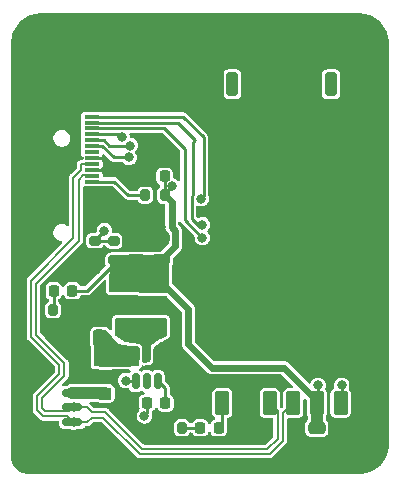
<source format=gtl>
G04 #@! TF.GenerationSoftware,KiCad,Pcbnew,7.0.7-7.0.7~ubuntu20.04.1*
G04 #@! TF.CreationDate,2024-03-24T22:46:20+02:00*
G04 #@! TF.ProjectId,rtl-module-breakout,72746c2d-6d6f-4647-956c-652d62726561,rev?*
G04 #@! TF.SameCoordinates,Original*
G04 #@! TF.FileFunction,Copper,L1,Top*
G04 #@! TF.FilePolarity,Positive*
%FSLAX46Y46*%
G04 Gerber Fmt 4.6, Leading zero omitted, Abs format (unit mm)*
G04 Created by KiCad (PCBNEW 7.0.7-7.0.7~ubuntu20.04.1) date 2024-03-24 22:46:20*
%MOMM*%
%LPD*%
G01*
G04 APERTURE LIST*
G04 Aperture macros list*
%AMRoundRect*
0 Rectangle with rounded corners*
0 $1 Rounding radius*
0 $2 $3 $4 $5 $6 $7 $8 $9 X,Y pos of 4 corners*
0 Add a 4 corners polygon primitive as box body*
4,1,4,$2,$3,$4,$5,$6,$7,$8,$9,$2,$3,0*
0 Add four circle primitives for the rounded corners*
1,1,$1+$1,$2,$3*
1,1,$1+$1,$4,$5*
1,1,$1+$1,$6,$7*
1,1,$1+$1,$8,$9*
0 Add four rect primitives between the rounded corners*
20,1,$1+$1,$2,$3,$4,$5,0*
20,1,$1+$1,$4,$5,$6,$7,0*
20,1,$1+$1,$6,$7,$8,$9,0*
20,1,$1+$1,$8,$9,$2,$3,0*%
G04 Aperture macros list end*
G04 #@! TA.AperFunction,SMDPad,CuDef*
%ADD10RoundRect,0.200000X-0.200000X-0.275000X0.200000X-0.275000X0.200000X0.275000X-0.200000X0.275000X0*%
G04 #@! TD*
G04 #@! TA.AperFunction,SMDPad,CuDef*
%ADD11RoundRect,0.200000X-0.275000X0.200000X-0.275000X-0.200000X0.275000X-0.200000X0.275000X0.200000X0*%
G04 #@! TD*
G04 #@! TA.AperFunction,SMDPad,CuDef*
%ADD12RoundRect,0.218750X-0.218750X-0.256250X0.218750X-0.256250X0.218750X0.256250X-0.218750X0.256250X0*%
G04 #@! TD*
G04 #@! TA.AperFunction,SMDPad,CuDef*
%ADD13RoundRect,0.150000X-0.150000X0.512500X-0.150000X-0.512500X0.150000X-0.512500X0.150000X0.512500X0*%
G04 #@! TD*
G04 #@! TA.AperFunction,SMDPad,CuDef*
%ADD14R,1.300000X0.300000*%
G04 #@! TD*
G04 #@! TA.AperFunction,SMDPad,CuDef*
%ADD15R,2.200000X1.800000*%
G04 #@! TD*
G04 #@! TA.AperFunction,SMDPad,CuDef*
%ADD16RoundRect,0.250000X0.475000X-0.250000X0.475000X0.250000X-0.475000X0.250000X-0.475000X-0.250000X0*%
G04 #@! TD*
G04 #@! TA.AperFunction,ComponentPad*
%ADD17C,0.700000*%
G04 #@! TD*
G04 #@! TA.AperFunction,ComponentPad*
%ADD18C,4.400000*%
G04 #@! TD*
G04 #@! TA.AperFunction,SMDPad,CuDef*
%ADD19RoundRect,0.250000X-0.250000X-0.475000X0.250000X-0.475000X0.250000X0.475000X-0.250000X0.475000X0*%
G04 #@! TD*
G04 #@! TA.AperFunction,SMDPad,CuDef*
%ADD20RoundRect,0.225000X-0.225000X-0.250000X0.225000X-0.250000X0.225000X0.250000X-0.225000X0.250000X0*%
G04 #@! TD*
G04 #@! TA.AperFunction,SMDPad,CuDef*
%ADD21RoundRect,0.250000X-0.300000X0.300000X-0.300000X-0.300000X0.300000X-0.300000X0.300000X0.300000X0*%
G04 #@! TD*
G04 #@! TA.AperFunction,SMDPad,CuDef*
%ADD22RoundRect,0.250000X-0.475000X0.250000X-0.475000X-0.250000X0.475000X-0.250000X0.475000X0.250000X0*%
G04 #@! TD*
G04 #@! TA.AperFunction,SMDPad,CuDef*
%ADD23RoundRect,0.200000X0.200000X0.275000X-0.200000X0.275000X-0.200000X-0.275000X0.200000X-0.275000X0*%
G04 #@! TD*
G04 #@! TA.AperFunction,SMDPad,CuDef*
%ADD24RoundRect,0.200000X0.275000X-0.200000X0.275000X0.200000X-0.275000X0.200000X-0.275000X-0.200000X0*%
G04 #@! TD*
G04 #@! TA.AperFunction,SMDPad,CuDef*
%ADD25RoundRect,0.180000X0.420000X-0.820000X0.420000X0.820000X-0.420000X0.820000X-0.420000X-0.820000X0*%
G04 #@! TD*
G04 #@! TA.AperFunction,SMDPad,CuDef*
%ADD26RoundRect,0.150000X0.350000X-0.850000X0.350000X0.850000X-0.350000X0.850000X-0.350000X-0.850000X0*%
G04 #@! TD*
G04 #@! TA.AperFunction,SMDPad,CuDef*
%ADD27RoundRect,0.150000X-0.700000X0.150000X-0.700000X-0.150000X0.700000X-0.150000X0.700000X0.150000X0*%
G04 #@! TD*
G04 #@! TA.AperFunction,SMDPad,CuDef*
%ADD28RoundRect,0.250000X-1.100000X0.250000X-1.100000X-0.250000X1.100000X-0.250000X1.100000X0.250000X0*%
G04 #@! TD*
G04 #@! TA.AperFunction,SMDPad,CuDef*
%ADD29RoundRect,0.225000X0.225000X0.250000X-0.225000X0.250000X-0.225000X-0.250000X0.225000X-0.250000X0*%
G04 #@! TD*
G04 #@! TA.AperFunction,SMDPad,CuDef*
%ADD30R,4.200000X1.400000*%
G04 #@! TD*
G04 #@! TA.AperFunction,ViaPad*
%ADD31C,0.800000*%
G04 #@! TD*
G04 #@! TA.AperFunction,Conductor*
%ADD32C,0.250000*%
G04 #@! TD*
G04 #@! TA.AperFunction,Conductor*
%ADD33C,0.600000*%
G04 #@! TD*
G04 #@! TA.AperFunction,Conductor*
%ADD34C,1.000000*%
G04 #@! TD*
G04 #@! TA.AperFunction,Conductor*
%ADD35C,0.200000*%
G04 #@! TD*
G04 APERTURE END LIST*
D10*
G04 #@! TO.P,R5,1*
G04 #@! TO.N,Net-(D2-K)*
X165550000Y-89100000D03*
G04 #@! TO.P,R5,2*
G04 #@! TO.N,GND*
X167200000Y-89100000D03*
G04 #@! TD*
D11*
G04 #@! TO.P,R4,1*
G04 #@! TO.N,Net-(U3-FB)*
X169100000Y-83250000D03*
G04 #@! TO.P,R4,2*
G04 #@! TO.N,GND*
X169100000Y-84900000D03*
G04 #@! TD*
D12*
G04 #@! TO.P,D2,1,K*
G04 #@! TO.N,Net-(D2-K)*
X165612500Y-87500000D03*
G04 #@! TO.P,D2,2,A*
G04 #@! TO.N,+3V3*
X167187500Y-87500000D03*
G04 #@! TD*
D13*
G04 #@! TO.P,U3,1,GND*
G04 #@! TO.N,GND*
X174450000Y-92862500D03*
G04 #@! TO.P,U3,2,SW*
G04 #@! TO.N,Net-(U3-SW)*
X173500000Y-92862500D03*
G04 #@! TO.P,U3,3,IN*
G04 #@! TO.N,+12V*
X172550000Y-92862500D03*
G04 #@! TO.P,U3,4,FB*
G04 #@! TO.N,Net-(U3-FB)*
X172550000Y-95137500D03*
G04 #@! TO.P,U3,5,EN*
G04 #@! TO.N,unconnected-(U3-EN-Pad5)*
X173500000Y-95137500D03*
G04 #@! TO.P,U3,6,BST*
G04 #@! TO.N,Net-(U3-BST)*
X174450000Y-95137500D03*
G04 #@! TD*
D14*
G04 #@! TO.P,J1,1,Pin_1*
G04 #@! TO.N,/SD_CLK*
X168850000Y-72750000D03*
G04 #@! TO.P,J1,2,Pin_2*
G04 #@! TO.N,/SD_D0*
X168850000Y-73250000D03*
G04 #@! TO.P,J1,3,Pin_3*
G04 #@! TO.N,/SD_D1*
X168850000Y-73750000D03*
G04 #@! TO.P,J1,4,Pin_4*
G04 #@! TO.N,/SD_D2*
X168850000Y-74250000D03*
G04 #@! TO.P,J1,5,Pin_5*
G04 #@! TO.N,/SD_D3*
X168850000Y-74750000D03*
G04 #@! TO.P,J1,6,Pin_6*
G04 #@! TO.N,/SD_CMD*
X168850000Y-75250000D03*
G04 #@! TO.P,J1,7,Pin_7*
G04 #@! TO.N,/WIFI_PDN*
X168850000Y-75750000D03*
G04 #@! TO.P,J1,8,Pin_8*
G04 #@! TO.N,GND*
X168850000Y-76250000D03*
G04 #@! TO.P,J1,9,Pin_9*
G04 #@! TO.N,/USB_N*
X168850000Y-76750000D03*
G04 #@! TO.P,J1,10,Pin_10*
G04 #@! TO.N,GND*
X168850000Y-77250000D03*
G04 #@! TO.P,J1,11,Pin_11*
G04 #@! TO.N,/USB_P*
X168850000Y-77750000D03*
G04 #@! TO.P,J1,12,Pin_12*
G04 #@! TO.N,Net-(J1-Pin_12)*
X168850000Y-78250000D03*
D15*
G04 #@! TO.P,J1,MP,MountPin*
G04 #@! TO.N,GND*
X165600000Y-70850000D03*
X165600000Y-80150000D03*
G04 #@! TD*
D12*
G04 #@! TO.P,D1,1,K*
G04 #@! TO.N,Net-(D1-K)*
X178012500Y-99100000D03*
G04 #@! TO.P,D1,2,A*
G04 #@! TO.N,Net-(D1-A)*
X179587500Y-99100000D03*
G04 #@! TD*
D16*
G04 #@! TO.P,C1,1*
G04 #@! TO.N,GND*
X187900000Y-101000000D03*
G04 #@! TO.P,C1,2*
G04 #@! TO.N,+3V3*
X187900000Y-99100000D03*
G04 #@! TD*
D17*
G04 #@! TO.P,H3,1,1*
G04 #@! TO.N,GND*
X162850000Y-66500000D03*
X163333274Y-65333274D03*
X163333274Y-67666726D03*
X164500000Y-64850000D03*
D18*
X164500000Y-66500000D03*
D17*
X164500000Y-68150000D03*
X165666726Y-65333274D03*
X165666726Y-67666726D03*
X166150000Y-66500000D03*
G04 #@! TD*
D19*
G04 #@! TO.P,C2,1*
G04 #@! TO.N,GND*
X167550000Y-91500000D03*
G04 #@! TO.P,C2,2*
G04 #@! TO.N,+12V*
X169450000Y-91500000D03*
G04 #@! TD*
D20*
G04 #@! TO.P,C3,1*
G04 #@! TO.N,Net-(U3-SW)*
X173525000Y-97000000D03*
G04 #@! TO.P,C3,2*
G04 #@! TO.N,Net-(U3-BST)*
X175075000Y-97000000D03*
G04 #@! TD*
D10*
G04 #@! TO.P,R6,1*
G04 #@! TO.N,Net-(J1-Pin_12)*
X173375000Y-79400000D03*
G04 #@! TO.P,R6,2*
G04 #@! TO.N,+3V3*
X175025000Y-79400000D03*
G04 #@! TD*
D21*
G04 #@! TO.P,D3,1,K*
G04 #@! TO.N,+12V*
X170000000Y-93400000D03*
G04 #@! TO.P,D3,2,A*
G04 #@! TO.N,Net-(D3-A)*
X170000000Y-96200000D03*
G04 #@! TD*
D22*
G04 #@! TO.P,C5,1*
G04 #@! TO.N,GND*
X174700000Y-83025000D03*
G04 #@! TO.P,C5,2*
G04 #@! TO.N,+3V3*
X174700000Y-84925000D03*
G04 #@! TD*
D23*
G04 #@! TO.P,R2,1*
G04 #@! TO.N,Net-(D1-K)*
X176450000Y-99100000D03*
G04 #@! TO.P,R2,2*
G04 #@! TO.N,GND*
X174800000Y-99100000D03*
G04 #@! TD*
D17*
G04 #@! TO.P,H1,1,1*
G04 #@! TO.N,GND*
X189850000Y-100500000D03*
X190333274Y-99333274D03*
X190333274Y-101666726D03*
X191500000Y-98850000D03*
D18*
X191500000Y-100500000D03*
D17*
X191500000Y-102150000D03*
X192666726Y-99333274D03*
X192666726Y-101666726D03*
X193150000Y-100500000D03*
G04 #@! TD*
G04 #@! TO.P,H2,1,1*
G04 #@! TO.N,GND*
X189850000Y-66500000D03*
X190333274Y-65333274D03*
X190333274Y-67666726D03*
X191500000Y-64850000D03*
D18*
X191500000Y-66500000D03*
D17*
X191500000Y-68150000D03*
X192666726Y-65333274D03*
X192666726Y-67666726D03*
X193150000Y-66500000D03*
G04 #@! TD*
D24*
G04 #@! TO.P,R3,1*
G04 #@! TO.N,+3V3*
X170700000Y-84925000D03*
G04 #@! TO.P,R3,2*
G04 #@! TO.N,Net-(U3-FB)*
X170700000Y-83275000D03*
G04 #@! TD*
D25*
G04 #@! TO.P,U1,1,PDN*
G04 #@! TO.N,Net-(U1-PDN)*
X189900000Y-97000000D03*
G04 #@! TO.P,U1,2,VCC_3V3*
G04 #@! TO.N,+3V3*
X187900000Y-97000000D03*
G04 #@! TO.P,U1,3,USB_D_N*
G04 #@! TO.N,/USB_N*
X185900000Y-97000000D03*
G04 #@! TO.P,U1,4,USB_D_P*
G04 #@! TO.N,/USB_P*
X183900000Y-97000000D03*
G04 #@! TO.P,U1,5,GND*
G04 #@! TO.N,GND*
X181900000Y-97000000D03*
G04 #@! TO.P,U1,6,LED*
G04 #@! TO.N,Net-(D1-A)*
X179900000Y-97000000D03*
D26*
G04 #@! TO.P,U1,7,GND*
G04 #@! TO.N,GND*
X179250000Y-70000000D03*
G04 #@! TO.P,U1,8,NC*
G04 #@! TO.N,unconnected-(U1-NC-Pad8)*
X180750000Y-70000000D03*
G04 #@! TO.P,U1,9,GND*
G04 #@! TO.N,GND*
X182250000Y-70000000D03*
G04 #@! TO.P,U1,10,GND*
X187600000Y-70000000D03*
G04 #@! TO.P,U1,11,NC*
G04 #@! TO.N,unconnected-(U1-NC-Pad11)*
X189100000Y-70000000D03*
G04 #@! TO.P,U1,12,GND*
G04 #@! TO.N,GND*
X190600000Y-70000000D03*
G04 #@! TD*
D22*
G04 #@! TO.P,C4,1*
G04 #@! TO.N,GND*
X172600000Y-83025000D03*
G04 #@! TO.P,C4,2*
G04 #@! TO.N,+3V3*
X172600000Y-84925000D03*
G04 #@! TD*
D27*
G04 #@! TO.P,J3,1,Pin_1*
G04 #@! TO.N,Net-(D3-A)*
X167200000Y-96125000D03*
G04 #@! TO.P,J3,2,Pin_2*
G04 #@! TO.N,/USB_P*
X167200000Y-97375000D03*
G04 #@! TO.P,J3,3,Pin_3*
G04 #@! TO.N,/USB_N*
X167200000Y-98625000D03*
G04 #@! TO.P,J3,4,Pin_4*
G04 #@! TO.N,GND*
X167200000Y-99875000D03*
D28*
G04 #@! TO.P,J3,MP,MountPin*
X164000000Y-94275000D03*
X164000000Y-101725000D03*
G04 #@! TD*
D29*
G04 #@! TO.P,C6,1*
G04 #@! TO.N,+3V3*
X175000000Y-77800000D03*
G04 #@! TO.P,C6,2*
G04 #@! TO.N,GND*
X173450000Y-77800000D03*
G04 #@! TD*
D30*
G04 #@! TO.P,L1,1*
G04 #@! TO.N,Net-(U3-SW)*
X173000000Y-90500000D03*
G04 #@! TO.P,L1,2*
G04 #@! TO.N,+3V3*
X173000000Y-86800000D03*
G04 #@! TD*
D31*
G04 #@! TO.N,GND*
X182372000Y-86614000D03*
X171400000Y-101200000D03*
X182372000Y-81534000D03*
X189992000Y-81534000D03*
X189992000Y-89154000D03*
X185500000Y-101700000D03*
X183000000Y-99900000D03*
X179832000Y-81534000D03*
X165000000Y-70800000D03*
X187600000Y-68200000D03*
X184912000Y-89154000D03*
X184912000Y-84074000D03*
X162800000Y-97500000D03*
X192532000Y-81534000D03*
X170750000Y-77000000D03*
X165500000Y-80200000D03*
X184912000Y-81534000D03*
X182372000Y-78994000D03*
X166500000Y-91900000D03*
X175300000Y-93400000D03*
X173900000Y-88800000D03*
X179832000Y-84074000D03*
X174700000Y-82100000D03*
X187452000Y-89154000D03*
X182300000Y-68200000D03*
X192532000Y-84074000D03*
X173700000Y-99200000D03*
X167100000Y-69400000D03*
X172000000Y-98200000D03*
X168000000Y-89100000D03*
X182372000Y-89154000D03*
X192532000Y-78994000D03*
X187452000Y-84074000D03*
X166500000Y-90900000D03*
X189992000Y-78994000D03*
X192532000Y-89154000D03*
X187452000Y-86614000D03*
X175250000Y-92000000D03*
X172600000Y-82000000D03*
X167200000Y-85800000D03*
X192532000Y-91694000D03*
X176400000Y-70600000D03*
X182372000Y-91694000D03*
X181800000Y-95200000D03*
X179832000Y-78994000D03*
X165100000Y-99800000D03*
X178800000Y-102500000D03*
X189992000Y-84074000D03*
X179832000Y-89154000D03*
X163000000Y-92600000D03*
X176800000Y-85700000D03*
X169200000Y-85700000D03*
X164100000Y-83900000D03*
X189992000Y-91694000D03*
X189992000Y-86614000D03*
X179832000Y-91694000D03*
X187452000Y-81534000D03*
X184912000Y-86614000D03*
X179200000Y-68100000D03*
X179832000Y-86614000D03*
X182372000Y-84074000D03*
X168900000Y-81000000D03*
X184912000Y-91694000D03*
X178200000Y-80800000D03*
X184912000Y-78994000D03*
X187452000Y-91694000D03*
X187452000Y-78994000D03*
X192532000Y-86614000D03*
X173600000Y-82000000D03*
G04 #@! TO.N,+3V3*
X188000000Y-95500000D03*
X173700000Y-85700000D03*
X175600000Y-78600000D03*
G04 #@! TO.N,Net-(U3-SW)*
X172700000Y-91600000D03*
X173300000Y-98100000D03*
G04 #@! TO.N,Net-(D3-A)*
X168600000Y-96125000D03*
G04 #@! TO.N,/SD_CLK*
X178100000Y-79700000D03*
G04 #@! TO.N,/SD_D0*
X178200000Y-81900000D03*
G04 #@! TO.N,/SD_D1*
X178200000Y-83000000D03*
G04 #@! TO.N,/SD_D2*
X171400000Y-74474500D03*
G04 #@! TO.N,/SD_D3*
X172100000Y-75200000D03*
G04 #@! TO.N,/SD_CMD*
X172000000Y-76200000D03*
G04 #@! TO.N,/USB_N*
X167300000Y-98625000D03*
G04 #@! TO.N,/USB_P*
X167300000Y-97375000D03*
G04 #@! TO.N,Net-(U1-PDN)*
X190000000Y-95500000D03*
G04 #@! TO.N,Net-(U3-FB)*
X171700000Y-95100000D03*
X169900000Y-82400000D03*
G04 #@! TD*
D32*
G04 #@! TO.N,GND*
X167200000Y-89100000D02*
X168000000Y-89100000D01*
X170000000Y-76250000D02*
X168850000Y-76250000D01*
X175250000Y-92062500D02*
X174450000Y-92862500D01*
X169100000Y-84900000D02*
X169100000Y-85600000D01*
X173800000Y-99100000D02*
X173700000Y-99200000D01*
X170750000Y-77000000D02*
X170500000Y-77250000D01*
D33*
X172600000Y-83025000D02*
X172600000Y-82000000D01*
D32*
X175250000Y-92000000D02*
X175250000Y-92062500D01*
X169100000Y-85600000D02*
X169200000Y-85700000D01*
X170500000Y-77250000D02*
X168850000Y-77250000D01*
X174800000Y-99100000D02*
X173800000Y-99100000D01*
X170750000Y-77000000D02*
X170000000Y-76250000D01*
D33*
X174700000Y-83025000D02*
X174700000Y-82100000D01*
D32*
G04 #@! TO.N,+3V3*
X175025000Y-79175000D02*
X175600000Y-78600000D01*
D33*
X173700000Y-85700000D02*
X177000000Y-89000000D01*
D34*
X187900000Y-99100000D02*
X187900000Y-97000000D01*
D32*
X175025000Y-79400000D02*
X175025000Y-79175000D01*
X187900000Y-98900000D02*
X188000000Y-98800000D01*
D33*
X177000000Y-89000000D02*
X177000000Y-92000000D01*
X175025000Y-79400000D02*
X175600000Y-79975000D01*
X187900000Y-96798335D02*
X187900000Y-97000000D01*
D32*
X188000000Y-95500000D02*
X188000000Y-96900000D01*
X167187500Y-87500000D02*
X168425305Y-87500000D01*
D33*
X175925000Y-82425000D02*
X175925000Y-83700000D01*
X173000000Y-86800000D02*
X173000000Y-85325000D01*
X185101665Y-94000000D02*
X187900000Y-96798335D01*
X175925000Y-83700000D02*
X174700000Y-84925000D01*
X172600000Y-84925000D02*
X170700000Y-84925000D01*
X179000000Y-94000000D02*
X185101665Y-94000000D01*
X174700000Y-84925000D02*
X172600000Y-84925000D01*
D32*
X170700000Y-85225305D02*
X170700000Y-84925000D01*
D33*
X175600000Y-82100000D02*
X175925000Y-82425000D01*
D32*
X175025000Y-77825000D02*
X175000000Y-77800000D01*
X175025000Y-79400000D02*
X175025000Y-77825000D01*
X168425305Y-87500000D02*
X170700000Y-85225305D01*
D33*
X175600000Y-79975000D02*
X175600000Y-82100000D01*
X177000000Y-92000000D02*
X179000000Y-94000000D01*
D32*
X188000000Y-96900000D02*
X187900000Y-97000000D01*
D33*
X173000000Y-85325000D02*
X172600000Y-84925000D01*
D34*
G04 #@! TO.N,+12V*
X170000000Y-93400000D02*
X172012500Y-93400000D01*
X170000000Y-93400000D02*
X170000000Y-92050000D01*
X170000000Y-92050000D02*
X169450000Y-91500000D01*
D32*
G04 #@! TO.N,Net-(U3-SW)*
X172700000Y-91600000D02*
X172700000Y-90800000D01*
D33*
X173500000Y-92862500D02*
X173500000Y-91000000D01*
D32*
X173525000Y-97875000D02*
X173300000Y-98100000D01*
D33*
X173500000Y-91000000D02*
X173000000Y-90500000D01*
D32*
X173525000Y-97000000D02*
X173525000Y-97875000D01*
X172700000Y-90800000D02*
X173000000Y-90500000D01*
G04 #@! TO.N,Net-(U3-BST)*
X175075000Y-97000000D02*
X175075000Y-95762500D01*
X175075000Y-95762500D02*
X174450000Y-95137500D01*
G04 #@! TO.N,Net-(D1-K)*
X178012500Y-99100000D02*
X176450000Y-99100000D01*
G04 #@! TO.N,Net-(D1-A)*
X179900000Y-97000000D02*
X179900000Y-98787500D01*
X179900000Y-98787500D02*
X179587500Y-99100000D01*
G04 #@! TO.N,Net-(D2-K)*
X165612500Y-87500000D02*
X165612500Y-89037500D01*
X165612500Y-89037500D02*
X165550000Y-89100000D01*
D34*
G04 #@! TO.N,Net-(D3-A)*
X167200000Y-96125000D02*
X168600000Y-96125000D01*
X169925000Y-96125000D02*
X170000000Y-96200000D01*
X168600000Y-96125000D02*
X169925000Y-96125000D01*
D32*
G04 #@! TO.N,/SD_CLK*
X176550000Y-72750000D02*
X178300000Y-74500000D01*
X178300000Y-79500000D02*
X178100000Y-79700000D01*
X178300000Y-74500000D02*
X178300000Y-79500000D01*
X168850000Y-72750000D02*
X176550000Y-72750000D01*
G04 #@! TO.N,/SD_D0*
X177300000Y-81400000D02*
X177800000Y-81900000D01*
X176150000Y-73250000D02*
X177600000Y-74700000D01*
X177300000Y-79500000D02*
X177300000Y-81400000D01*
X168850000Y-73250000D02*
X176150000Y-73250000D01*
X177400000Y-79400000D02*
X177300000Y-79500000D01*
X177400000Y-74900000D02*
X177400000Y-79400000D01*
X177600000Y-74700000D02*
X177400000Y-74900000D01*
X177800000Y-81900000D02*
X178200000Y-81900000D01*
G04 #@! TO.N,/SD_D1*
X176700000Y-75500000D02*
X176700000Y-81500000D01*
X176700000Y-81500000D02*
X178200000Y-83000000D01*
X174950000Y-73750000D02*
X176700000Y-75500000D01*
X168850000Y-73750000D02*
X174950000Y-73750000D01*
G04 #@! TO.N,/SD_D2*
X171175500Y-74250000D02*
X168850000Y-74250000D01*
X171400000Y-74474500D02*
X171175500Y-74250000D01*
G04 #@! TO.N,/SD_D3*
X170325000Y-75200000D02*
X172100000Y-75200000D01*
X168850000Y-74750000D02*
X169875000Y-74750000D01*
X169875000Y-74750000D02*
X170325000Y-75200000D01*
G04 #@! TO.N,/SD_CMD*
X170688604Y-76200000D02*
X172000000Y-76200000D01*
X168850000Y-75250000D02*
X169738604Y-75250000D01*
X169738604Y-75250000D02*
X170688604Y-76200000D01*
D35*
G04 #@! TO.N,/USB_N*
X167275000Y-77906800D02*
X167275000Y-83025000D01*
X167300000Y-98625000D02*
X168475001Y-98625000D01*
X167200000Y-98625000D02*
X167300000Y-98625000D01*
X164175000Y-97593200D02*
X164711811Y-98130011D01*
X164711811Y-98130011D02*
X166705011Y-98130011D01*
X167900000Y-77281800D02*
X167275000Y-77906800D01*
X166075000Y-93793200D02*
X166075000Y-94506800D01*
X166705011Y-98130011D02*
X167200000Y-98625000D01*
X172906800Y-101325000D02*
X183893200Y-101325000D01*
X168850000Y-76750000D02*
X168800000Y-76800000D01*
X167275000Y-83025000D02*
X163675000Y-86625000D01*
X185025000Y-100193200D02*
X185025000Y-97875000D01*
X168800000Y-76800000D02*
X167900000Y-76800000D01*
X168475001Y-98625000D02*
X168875001Y-98225000D01*
X168875001Y-98225000D02*
X169806800Y-98225000D01*
X164175000Y-96406800D02*
X164175000Y-97593200D01*
X183893200Y-101325000D02*
X185025000Y-100193200D01*
X169806800Y-98225000D02*
X172906800Y-101325000D01*
X166075000Y-94506800D02*
X164175000Y-96406800D01*
X163675000Y-91393200D02*
X166075000Y-93793200D01*
X185025000Y-97875000D02*
X185900000Y-97000000D01*
X163675000Y-86625000D02*
X163675000Y-91393200D01*
X167900000Y-76800000D02*
X167900000Y-77281800D01*
G04 #@! TO.N,/USB_P*
X168875001Y-97775000D02*
X169993200Y-97775000D01*
X167300000Y-97375000D02*
X168475001Y-97375000D01*
X168800000Y-77700000D02*
X168118200Y-77700000D01*
X184575000Y-100006800D02*
X184575000Y-97675000D01*
X167725000Y-83284100D02*
X164125000Y-86884100D01*
X164898211Y-97680011D02*
X166894989Y-97680011D01*
X168118200Y-77700000D02*
X167725000Y-78093200D01*
X167200000Y-97375000D02*
X167300000Y-97375000D01*
X164125000Y-91206800D02*
X166525000Y-93606800D01*
X164625000Y-96593200D02*
X164625000Y-97406800D01*
X166525000Y-94693200D02*
X164625000Y-96593200D01*
X184575000Y-97675000D02*
X183900000Y-97000000D01*
X167725000Y-78093200D02*
X167725000Y-83284100D01*
X166525000Y-93606800D02*
X166525000Y-94693200D01*
X164125000Y-86884100D02*
X164125000Y-91206800D01*
X164625000Y-97406800D02*
X164898211Y-97680011D01*
X173093200Y-100875000D02*
X183706800Y-100875000D01*
X169993200Y-97775000D02*
X173093200Y-100875000D01*
X183706800Y-100875000D02*
X184575000Y-100006800D01*
X166894989Y-97680011D02*
X167200000Y-97375000D01*
X168850000Y-77750000D02*
X168800000Y-77700000D01*
X168475001Y-97375000D02*
X168875001Y-97775000D01*
D32*
G04 #@! TO.N,Net-(J1-Pin_12)*
X171900000Y-79400000D02*
X170750000Y-78250000D01*
X170750000Y-78250000D02*
X168850000Y-78250000D01*
X173375000Y-79400000D02*
X171900000Y-79400000D01*
G04 #@! TO.N,Net-(U1-PDN)*
X190000000Y-96900000D02*
X189900000Y-97000000D01*
X190000000Y-95500000D02*
X190000000Y-96900000D01*
G04 #@! TO.N,Net-(U3-FB)*
X169100000Y-83200000D02*
X169900000Y-82400000D01*
X169100000Y-83250000D02*
X169100000Y-83200000D01*
X172512500Y-95100000D02*
X172550000Y-95137500D01*
X169125000Y-83275000D02*
X169100000Y-83250000D01*
X170700000Y-83275000D02*
X169125000Y-83275000D01*
X171700000Y-95100000D02*
X172512500Y-95100000D01*
G04 #@! TD*
G04 #@! TA.AperFunction,Conductor*
G04 #@! TO.N,+12V*
G36*
X170012491Y-90819685D02*
G01*
X170036859Y-90840210D01*
X171100000Y-92000000D01*
X172697550Y-92281920D01*
X172760148Y-92312955D01*
X172796030Y-92372907D01*
X172800000Y-92404033D01*
X172800000Y-93776000D01*
X172780315Y-93843039D01*
X172727511Y-93888794D01*
X172676000Y-93900000D01*
X169124000Y-93900000D01*
X169056961Y-93880315D01*
X169011206Y-93827511D01*
X169000000Y-93776000D01*
X169000000Y-90924000D01*
X169019685Y-90856961D01*
X169072489Y-90811206D01*
X169124000Y-90800000D01*
X169945452Y-90800000D01*
X170012491Y-90819685D01*
G37*
G04 #@! TD.AperFunction*
G04 #@! TD*
G04 #@! TA.AperFunction,Conductor*
G04 #@! TO.N,+3V3*
G36*
X175343039Y-84519685D02*
G01*
X175388794Y-84572489D01*
X175400000Y-84624000D01*
X175400000Y-87573544D01*
X175380315Y-87640583D01*
X175327511Y-87686338D01*
X175273569Y-87697520D01*
X170425553Y-87602461D01*
X170358912Y-87581466D01*
X170314201Y-87527775D01*
X170304048Y-87474490D01*
X170396128Y-84620002D01*
X170417965Y-84553632D01*
X170472217Y-84509603D01*
X170520065Y-84500000D01*
X175276000Y-84500000D01*
X175343039Y-84519685D01*
G37*
G04 #@! TD.AperFunction*
G04 #@! TD*
G04 #@! TA.AperFunction,Conductor*
G04 #@! TO.N,Net-(U3-SW)*
G36*
X175143039Y-89819685D02*
G01*
X175188794Y-89872489D01*
X175200000Y-89924000D01*
X175200000Y-91223363D01*
X175180315Y-91290402D01*
X175131454Y-91334272D01*
X175045292Y-91377353D01*
X175019520Y-91386839D01*
X175017636Y-91387303D01*
X175017632Y-91387305D01*
X174875550Y-91461876D01*
X174871718Y-91464139D01*
X174600001Y-91599999D01*
X174599993Y-91600004D01*
X173800000Y-92199999D01*
X173800000Y-93390535D01*
X173780315Y-93457574D01*
X173727511Y-93503329D01*
X173691380Y-93513577D01*
X173234920Y-93570634D01*
X173165957Y-93559417D01*
X173114006Y-93512696D01*
X173095561Y-93445305D01*
X173097066Y-93428199D01*
X173100500Y-93406519D01*
X173100499Y-92318482D01*
X173085646Y-92224696D01*
X173028050Y-92111658D01*
X173028046Y-92111654D01*
X173028045Y-92111652D01*
X172938347Y-92021954D01*
X172938344Y-92021952D01*
X172938342Y-92021950D01*
X172861517Y-91982805D01*
X172825301Y-91964352D01*
X172731524Y-91949500D01*
X172731519Y-91949500D01*
X172731146Y-91949500D01*
X172363612Y-91949501D01*
X172363612Y-91948591D01*
X172334501Y-91946422D01*
X171717046Y-91803933D01*
X171684708Y-91791504D01*
X170863780Y-91335433D01*
X170814737Y-91285668D01*
X170800000Y-91227037D01*
X170800000Y-89924000D01*
X170819685Y-89856961D01*
X170872489Y-89811206D01*
X170924000Y-89800000D01*
X175076000Y-89800000D01*
X175143039Y-89819685D01*
G37*
G04 #@! TD.AperFunction*
G04 #@! TD*
G04 #@! TA.AperFunction,Conductor*
G04 #@! TO.N,GND*
G36*
X174810140Y-74145185D02*
G01*
X174830782Y-74161819D01*
X176288181Y-75619218D01*
X176321666Y-75680541D01*
X176324500Y-75706899D01*
X176324500Y-78106572D01*
X176304815Y-78173611D01*
X176252011Y-78219366D01*
X176182853Y-78229310D01*
X176119297Y-78200285D01*
X176098451Y-78177013D01*
X176090484Y-78165471D01*
X176024000Y-78106572D01*
X175972240Y-78060717D01*
X175972238Y-78060716D01*
X175972237Y-78060715D01*
X175832365Y-77987303D01*
X175832362Y-77987302D01*
X175794822Y-77978049D01*
X175734442Y-77942892D01*
X175702654Y-77880672D01*
X175700499Y-77857653D01*
X175700499Y-77504518D01*
X175700498Y-77504509D01*
X175700256Y-77502260D01*
X175694412Y-77447886D01*
X175646628Y-77319774D01*
X175564687Y-77210313D01*
X175498911Y-77161074D01*
X175455228Y-77128373D01*
X175455226Y-77128372D01*
X175327114Y-77080588D01*
X175327112Y-77080587D01*
X175327110Y-77080587D01*
X175270493Y-77074500D01*
X174729518Y-77074500D01*
X174729509Y-77074501D01*
X174672885Y-77080587D01*
X174544773Y-77128372D01*
X174435313Y-77210313D01*
X174353373Y-77319771D01*
X174305587Y-77447889D01*
X174299500Y-77504498D01*
X174299500Y-78095481D01*
X174299501Y-78095490D01*
X174305587Y-78152114D01*
X174330672Y-78219366D01*
X174353372Y-78280226D01*
X174435313Y-78389687D01*
X174544774Y-78471628D01*
X174568836Y-78480602D01*
X174624767Y-78522473D01*
X174649184Y-78587937D01*
X174649500Y-78596783D01*
X174649500Y-78632019D01*
X174629815Y-78699058D01*
X174599134Y-78731789D01*
X174502850Y-78802850D01*
X174422207Y-78912117D01*
X174422206Y-78912119D01*
X174377353Y-79040298D01*
X174377353Y-79040300D01*
X174374500Y-79070730D01*
X174374500Y-79729269D01*
X174377353Y-79759699D01*
X174377353Y-79759701D01*
X174422206Y-79887880D01*
X174422207Y-79887882D01*
X174502850Y-79997150D01*
X174612118Y-80077793D01*
X174654845Y-80092744D01*
X174740299Y-80122646D01*
X174770730Y-80125500D01*
X174770734Y-80125500D01*
X174920613Y-80125500D01*
X174987652Y-80145185D01*
X175008294Y-80161819D01*
X175013181Y-80166706D01*
X175046666Y-80228029D01*
X175049500Y-80254387D01*
X175049500Y-82090602D01*
X175047238Y-82156829D01*
X175057715Y-82199819D01*
X175058901Y-82206061D01*
X175064929Y-82249920D01*
X175072079Y-82266379D01*
X175078818Y-82286419D01*
X175083067Y-82303852D01*
X175095055Y-82325174D01*
X175104763Y-82342439D01*
X175107582Y-82348115D01*
X175125220Y-82388720D01*
X175125221Y-82388722D01*
X175136541Y-82402636D01*
X175148439Y-82420117D01*
X175157234Y-82435760D01*
X175157236Y-82435761D01*
X175188530Y-82467055D01*
X175192787Y-82471772D01*
X175202432Y-82483627D01*
X175220722Y-82506108D01*
X175235381Y-82516455D01*
X175251555Y-82530079D01*
X175338181Y-82616705D01*
X175371666Y-82678028D01*
X175374500Y-82704386D01*
X175374500Y-83420612D01*
X175354815Y-83487651D01*
X175338181Y-83508293D01*
X174708292Y-84138181D01*
X174646969Y-84171666D01*
X174620611Y-84174500D01*
X174177129Y-84174500D01*
X174177123Y-84174501D01*
X174117516Y-84180908D01*
X173974359Y-84234303D01*
X173973685Y-84232498D01*
X173926670Y-84244500D01*
X173373330Y-84244500D01*
X173326314Y-84232498D01*
X173325641Y-84234303D01*
X173182482Y-84180908D01*
X173182483Y-84180908D01*
X173122883Y-84174501D01*
X173122881Y-84174500D01*
X173122873Y-84174500D01*
X173122864Y-84174500D01*
X172077129Y-84174500D01*
X172077123Y-84174501D01*
X172017516Y-84180908D01*
X171874359Y-84234303D01*
X171873685Y-84232498D01*
X171826670Y-84244500D01*
X170520065Y-84244500D01*
X170484153Y-84248067D01*
X170469787Y-84249495D01*
X170421935Y-84259099D01*
X170421937Y-84259099D01*
X170399388Y-84264703D01*
X170392378Y-84267378D01*
X170391758Y-84265753D01*
X170358494Y-84275647D01*
X170340299Y-84277353D01*
X170340298Y-84277353D01*
X170212119Y-84322206D01*
X170212117Y-84322207D01*
X170102850Y-84402850D01*
X170022207Y-84512117D01*
X170022206Y-84512119D01*
X169977353Y-84640298D01*
X169977353Y-84640300D01*
X169974500Y-84670730D01*
X169974500Y-85179269D01*
X169977353Y-85209696D01*
X170005333Y-85289658D01*
X170008894Y-85359437D01*
X169975972Y-85418294D01*
X168306086Y-87088181D01*
X168244763Y-87121666D01*
X168218405Y-87124500D01*
X167948694Y-87124500D01*
X167881655Y-87104815D01*
X167835900Y-87052011D01*
X167832512Y-87043832D01*
X167822338Y-87016554D01*
X167822335Y-87016549D01*
X167820130Y-87013603D01*
X167741472Y-86908528D01*
X167633450Y-86827664D01*
X167633447Y-86827662D01*
X167507024Y-86780509D01*
X167451144Y-86774500D01*
X167451130Y-86774500D01*
X166923870Y-86774500D01*
X166923855Y-86774500D01*
X166867975Y-86780509D01*
X166741552Y-86827662D01*
X166741549Y-86827664D01*
X166633528Y-86908528D01*
X166552664Y-87016549D01*
X166552662Y-87016552D01*
X166516182Y-87114361D01*
X166474311Y-87170295D01*
X166408846Y-87194712D01*
X166340573Y-87179860D01*
X166291168Y-87130455D01*
X166283818Y-87114361D01*
X166247337Y-87016552D01*
X166247335Y-87016549D01*
X166245130Y-87013603D01*
X166166472Y-86908528D01*
X166058450Y-86827664D01*
X166058447Y-86827662D01*
X165932024Y-86780509D01*
X165876144Y-86774500D01*
X165876130Y-86774500D01*
X165348870Y-86774500D01*
X165348855Y-86774500D01*
X165292975Y-86780509D01*
X165166552Y-86827662D01*
X165166549Y-86827664D01*
X165058528Y-86908528D01*
X164977664Y-87016549D01*
X164977662Y-87016552D01*
X164930509Y-87142975D01*
X164924500Y-87198855D01*
X164924500Y-87801144D01*
X164930509Y-87857024D01*
X164977662Y-87983447D01*
X164977664Y-87983450D01*
X165058528Y-88091472D01*
X165166550Y-88172336D01*
X165166552Y-88172336D01*
X165172427Y-88175545D01*
X165221832Y-88224951D01*
X165237000Y-88284377D01*
X165237000Y-88299274D01*
X165217315Y-88366313D01*
X165164511Y-88412068D01*
X165153956Y-88416315D01*
X165137118Y-88422206D01*
X165027850Y-88502850D01*
X164947207Y-88612117D01*
X164947206Y-88612119D01*
X164902353Y-88740298D01*
X164902353Y-88740300D01*
X164899500Y-88770730D01*
X164899500Y-89429269D01*
X164902353Y-89459699D01*
X164902353Y-89459701D01*
X164947206Y-89587880D01*
X164947207Y-89587882D01*
X165027850Y-89697150D01*
X165137118Y-89777793D01*
X165157646Y-89784976D01*
X165265299Y-89822646D01*
X165295730Y-89825500D01*
X165295734Y-89825500D01*
X165804270Y-89825500D01*
X165834699Y-89822646D01*
X165834701Y-89822646D01*
X165898790Y-89800219D01*
X165962882Y-89777793D01*
X166072150Y-89697150D01*
X166152793Y-89587882D01*
X166175219Y-89523790D01*
X166197646Y-89459701D01*
X166197646Y-89459699D01*
X166200500Y-89429269D01*
X166200500Y-88770730D01*
X166197646Y-88740300D01*
X166197646Y-88740298D01*
X166164006Y-88644163D01*
X166152793Y-88612118D01*
X166072150Y-88502850D01*
X166072147Y-88502848D01*
X166072145Y-88502845D01*
X166038365Y-88477914D01*
X165996115Y-88422266D01*
X165988000Y-88378145D01*
X165988000Y-88284377D01*
X166007685Y-88217338D01*
X166052573Y-88175545D01*
X166058444Y-88172338D01*
X166058450Y-88172336D01*
X166166472Y-88091472D01*
X166247336Y-87983450D01*
X166283817Y-87885638D01*
X166325689Y-87829704D01*
X166391153Y-87805287D01*
X166459426Y-87820139D01*
X166508832Y-87869544D01*
X166516182Y-87885638D01*
X166552662Y-87983447D01*
X166552664Y-87983450D01*
X166633528Y-88091472D01*
X166741549Y-88172335D01*
X166741552Y-88172337D01*
X166867975Y-88219490D01*
X166867978Y-88219491D01*
X166897318Y-88222645D01*
X166923855Y-88225499D01*
X166923870Y-88225500D01*
X167451130Y-88225500D01*
X167451144Y-88225499D01*
X167473023Y-88223146D01*
X167507022Y-88219491D01*
X167633450Y-88172336D01*
X167741472Y-88091472D01*
X167822336Y-87983450D01*
X167832512Y-87956168D01*
X167874382Y-87900234D01*
X167939846Y-87875816D01*
X167948694Y-87875500D01*
X168373501Y-87875500D01*
X168398946Y-87878139D01*
X168402745Y-87878935D01*
X168409573Y-87880367D01*
X168430530Y-87877754D01*
X168444797Y-87875977D01*
X168452473Y-87875500D01*
X168456417Y-87875500D01*
X168456419Y-87875500D01*
X168456421Y-87875499D01*
X168456427Y-87875499D01*
X168471792Y-87872934D01*
X168479445Y-87871657D01*
X168533931Y-87864866D01*
X168533932Y-87864865D01*
X168533934Y-87864865D01*
X168541446Y-87862628D01*
X168548911Y-87860066D01*
X168548911Y-87860065D01*
X168548915Y-87860065D01*
X168597182Y-87833944D01*
X168646516Y-87809826D01*
X168646518Y-87809823D01*
X168652899Y-87805268D01*
X168659124Y-87800422D01*
X168659131Y-87800419D01*
X168696313Y-87760028D01*
X169862242Y-86594098D01*
X169923563Y-86560615D01*
X169993255Y-86565599D01*
X170049188Y-86607471D01*
X170073605Y-86672935D01*
X170073857Y-86685779D01*
X170048681Y-87466249D01*
X170053064Y-87522310D01*
X170053064Y-87522313D01*
X170063215Y-87575591D01*
X170063217Y-87575598D01*
X170070241Y-87603694D01*
X170117864Y-87691274D01*
X170162575Y-87744965D01*
X170194725Y-87777228D01*
X170245898Y-87805287D01*
X170272984Y-87820139D01*
X170282138Y-87825158D01*
X170282140Y-87825158D01*
X170282141Y-87825159D01*
X170348775Y-87846152D01*
X170348776Y-87846152D01*
X170348779Y-87846153D01*
X170420544Y-87857912D01*
X175122631Y-87950108D01*
X175189269Y-87971103D01*
X175207878Y-87986402D01*
X176413182Y-89191707D01*
X176446666Y-89253028D01*
X176449500Y-89279386D01*
X176449500Y-91990602D01*
X176447238Y-92056829D01*
X176457715Y-92099819D01*
X176458901Y-92106061D01*
X176464929Y-92149920D01*
X176472079Y-92166379D01*
X176478819Y-92186420D01*
X176483067Y-92203852D01*
X176504763Y-92242439D01*
X176507582Y-92248115D01*
X176525220Y-92288720D01*
X176525221Y-92288722D01*
X176536541Y-92302636D01*
X176548439Y-92320117D01*
X176557234Y-92335760D01*
X176557236Y-92335761D01*
X176588532Y-92367057D01*
X176592783Y-92371766D01*
X176620722Y-92406108D01*
X176635381Y-92416455D01*
X176651552Y-92430077D01*
X178604079Y-94382603D01*
X178649320Y-94431044D01*
X178679671Y-94449500D01*
X178687140Y-94454042D01*
X178692379Y-94457607D01*
X178727658Y-94484361D01*
X178744353Y-94490944D01*
X178763290Y-94500351D01*
X178778618Y-94509672D01*
X178821247Y-94521616D01*
X178827263Y-94523639D01*
X178868436Y-94539876D01*
X178886287Y-94541711D01*
X178907052Y-94545657D01*
X178924335Y-94550500D01*
X178968594Y-94550500D01*
X178974935Y-94550824D01*
X179018972Y-94555352D01*
X179036655Y-94552303D01*
X179057724Y-94550500D01*
X184822278Y-94550500D01*
X184889317Y-94570185D01*
X184909959Y-94586819D01*
X185860959Y-95537819D01*
X185894444Y-95599142D01*
X185889460Y-95668834D01*
X185847588Y-95724767D01*
X185782124Y-95749184D01*
X185773278Y-95749500D01*
X185428147Y-95749500D01*
X185412193Y-95750995D01*
X185399061Y-95752227D01*
X185399059Y-95752227D01*
X185399055Y-95752228D01*
X185276570Y-95795088D01*
X185172152Y-95872152D01*
X185095088Y-95976570D01*
X185052226Y-96099058D01*
X185052226Y-96099060D01*
X185049500Y-96128136D01*
X185049500Y-97303455D01*
X185029815Y-97370494D01*
X185013184Y-97391132D01*
X184999502Y-97404815D01*
X184987679Y-97416638D01*
X184926355Y-97450122D01*
X184856663Y-97445136D01*
X184812318Y-97416636D01*
X184786816Y-97391134D01*
X184753332Y-97329810D01*
X184750499Y-97303454D01*
X184750499Y-96128147D01*
X184750499Y-96128142D01*
X184747773Y-96099061D01*
X184704911Y-95976569D01*
X184627848Y-95872152D01*
X184523431Y-95795089D01*
X184523429Y-95795088D01*
X184400940Y-95752226D01*
X184371863Y-95749500D01*
X183428147Y-95749500D01*
X183412193Y-95750995D01*
X183399061Y-95752227D01*
X183399059Y-95752227D01*
X183399055Y-95752228D01*
X183276570Y-95795088D01*
X183172152Y-95872152D01*
X183095088Y-95976570D01*
X183052226Y-96099058D01*
X183052226Y-96099060D01*
X183049500Y-96128136D01*
X183049500Y-97871852D01*
X183049501Y-97871858D01*
X183052227Y-97900939D01*
X183052227Y-97900941D01*
X183052228Y-97900944D01*
X183090133Y-98009268D01*
X183095089Y-98023431D01*
X183172152Y-98127848D01*
X183276569Y-98204911D01*
X183316207Y-98218781D01*
X183399059Y-98247773D01*
X183406647Y-98248484D01*
X183428141Y-98250500D01*
X184100500Y-98250499D01*
X184167539Y-98270183D01*
X184213294Y-98322987D01*
X184224500Y-98374499D01*
X184224500Y-99810256D01*
X184204815Y-99877295D01*
X184188181Y-99897937D01*
X183597937Y-100488181D01*
X183536614Y-100521666D01*
X183510256Y-100524500D01*
X173289744Y-100524500D01*
X173222705Y-100504815D01*
X173202063Y-100488181D01*
X172143151Y-99429269D01*
X175799500Y-99429269D01*
X175802353Y-99459699D01*
X175802353Y-99459701D01*
X175845654Y-99583445D01*
X175847207Y-99587882D01*
X175927850Y-99697150D01*
X176037118Y-99777793D01*
X176079845Y-99792744D01*
X176165299Y-99822646D01*
X176195730Y-99825500D01*
X176195734Y-99825500D01*
X176704270Y-99825500D01*
X176734699Y-99822646D01*
X176734701Y-99822646D01*
X176798790Y-99800219D01*
X176862882Y-99777793D01*
X176972150Y-99697150D01*
X177052793Y-99587882D01*
X177063059Y-99558543D01*
X177103779Y-99501770D01*
X177168731Y-99476022D01*
X177180099Y-99475500D01*
X177251306Y-99475500D01*
X177318345Y-99495185D01*
X177364100Y-99547989D01*
X177367488Y-99556168D01*
X177377661Y-99583445D01*
X177377664Y-99583450D01*
X177458528Y-99691472D01*
X177566549Y-99772335D01*
X177566552Y-99772337D01*
X177624089Y-99793797D01*
X177692978Y-99819491D01*
X177722318Y-99822645D01*
X177748855Y-99825499D01*
X177748870Y-99825500D01*
X178276130Y-99825500D01*
X178276144Y-99825499D01*
X178298023Y-99823146D01*
X178332022Y-99819491D01*
X178458450Y-99772336D01*
X178566472Y-99691472D01*
X178647336Y-99583450D01*
X178683817Y-99485638D01*
X178725689Y-99429704D01*
X178791153Y-99405287D01*
X178859426Y-99420139D01*
X178908832Y-99469544D01*
X178916182Y-99485638D01*
X178952662Y-99583447D01*
X178952664Y-99583450D01*
X179033528Y-99691472D01*
X179141549Y-99772335D01*
X179141552Y-99772337D01*
X179199089Y-99793797D01*
X179267978Y-99819491D01*
X179297318Y-99822645D01*
X179323855Y-99825499D01*
X179323870Y-99825500D01*
X179851130Y-99825500D01*
X179851144Y-99825499D01*
X179873023Y-99823146D01*
X179907022Y-99819491D01*
X180033450Y-99772336D01*
X180141472Y-99691472D01*
X180222336Y-99583450D01*
X180269491Y-99457022D01*
X180275053Y-99405287D01*
X180275499Y-99401144D01*
X180275500Y-99401129D01*
X180275500Y-98860273D01*
X180277736Y-98844937D01*
X180276497Y-98844783D01*
X180277768Y-98834585D01*
X180275500Y-98779744D01*
X180275500Y-98372451D01*
X180295185Y-98305412D01*
X180347989Y-98259657D01*
X180387922Y-98248993D01*
X180400939Y-98247773D01*
X180523431Y-98204911D01*
X180627848Y-98127848D01*
X180704911Y-98023431D01*
X180726341Y-97962185D01*
X180747773Y-97900941D01*
X180747773Y-97900939D01*
X180748844Y-97889514D01*
X180750500Y-97871859D01*
X180750499Y-96128142D01*
X180747773Y-96099061D01*
X180704911Y-95976569D01*
X180627848Y-95872152D01*
X180523431Y-95795089D01*
X180523429Y-95795088D01*
X180400940Y-95752226D01*
X180371863Y-95749500D01*
X179428147Y-95749500D01*
X179412193Y-95750995D01*
X179399061Y-95752227D01*
X179399059Y-95752227D01*
X179399055Y-95752228D01*
X179276570Y-95795088D01*
X179172152Y-95872152D01*
X179095088Y-95976570D01*
X179052226Y-96099058D01*
X179052226Y-96099060D01*
X179049500Y-96128136D01*
X179049500Y-97871852D01*
X179049501Y-97871858D01*
X179052227Y-97900939D01*
X179052227Y-97900941D01*
X179052228Y-97900944D01*
X179090133Y-98009268D01*
X179095089Y-98023431D01*
X179172152Y-98127848D01*
X179247536Y-98183483D01*
X179289785Y-98239129D01*
X179295244Y-98308785D01*
X179262177Y-98370334D01*
X179217236Y-98399433D01*
X179141554Y-98427661D01*
X179141549Y-98427664D01*
X179033528Y-98508528D01*
X178952664Y-98616549D01*
X178952662Y-98616552D01*
X178916182Y-98714361D01*
X178874311Y-98770295D01*
X178808846Y-98794712D01*
X178740573Y-98779860D01*
X178691168Y-98730455D01*
X178683818Y-98714361D01*
X178647337Y-98616552D01*
X178647335Y-98616549D01*
X178644018Y-98612118D01*
X178566472Y-98508528D01*
X178458450Y-98427664D01*
X178458447Y-98427662D01*
X178332024Y-98380509D01*
X178276144Y-98374500D01*
X178276130Y-98374500D01*
X177748870Y-98374500D01*
X177748855Y-98374500D01*
X177692975Y-98380509D01*
X177566552Y-98427662D01*
X177566549Y-98427664D01*
X177458528Y-98508528D01*
X177377664Y-98616549D01*
X177377661Y-98616554D01*
X177367488Y-98643832D01*
X177325618Y-98699766D01*
X177260154Y-98724184D01*
X177251306Y-98724500D01*
X177180099Y-98724500D01*
X177113060Y-98704815D01*
X177067305Y-98652011D01*
X177063065Y-98641474D01*
X177052793Y-98612118D01*
X176972150Y-98502850D01*
X176862882Y-98422207D01*
X176862880Y-98422206D01*
X176734700Y-98377353D01*
X176704270Y-98374500D01*
X176704266Y-98374500D01*
X176195734Y-98374500D01*
X176195730Y-98374500D01*
X176165300Y-98377353D01*
X176165298Y-98377353D01*
X176037119Y-98422206D01*
X176037117Y-98422207D01*
X175927850Y-98502850D01*
X175847207Y-98612117D01*
X175847206Y-98612119D01*
X175802353Y-98740298D01*
X175802353Y-98740300D01*
X175799500Y-98770730D01*
X175799500Y-99429269D01*
X172143151Y-99429269D01*
X170275837Y-97561955D01*
X170259711Y-97542098D01*
X170254637Y-97534331D01*
X170228687Y-97514133D01*
X170222941Y-97509059D01*
X170220507Y-97506625D01*
X170220506Y-97506624D01*
X170220505Y-97506623D01*
X170214048Y-97502013D01*
X170202761Y-97493955D01*
X170162326Y-97462483D01*
X170162322Y-97462481D01*
X170155848Y-97458977D01*
X170149269Y-97455760D01*
X170100154Y-97441138D01*
X170051686Y-97424498D01*
X170044469Y-97423294D01*
X170037153Y-97422382D01*
X169987925Y-97424419D01*
X169985969Y-97424500D01*
X169071545Y-97424500D01*
X169004506Y-97404815D01*
X168983864Y-97388181D01*
X168757638Y-97161955D01*
X168741512Y-97142098D01*
X168736438Y-97134331D01*
X168710488Y-97114133D01*
X168704742Y-97109059D01*
X168702308Y-97106625D01*
X168693614Y-97100417D01*
X168650492Y-97045445D01*
X168643936Y-96975884D01*
X168676028Y-96913821D01*
X168736579Y-96878960D01*
X168765666Y-96875500D01*
X169325165Y-96875500D01*
X169392204Y-96895185D01*
X169399476Y-96900233D01*
X169457668Y-96943795D01*
X169457671Y-96943797D01*
X169502618Y-96960561D01*
X169592517Y-96994091D01*
X169652127Y-97000500D01*
X170347872Y-97000499D01*
X170407483Y-96994091D01*
X170542331Y-96943796D01*
X170657546Y-96857546D01*
X170743796Y-96742331D01*
X170794091Y-96607483D01*
X170800500Y-96547873D01*
X170800499Y-95852128D01*
X170795050Y-95801442D01*
X170794091Y-95792516D01*
X170743797Y-95657671D01*
X170743793Y-95657664D01*
X170657547Y-95542455D01*
X170657544Y-95542452D01*
X170542335Y-95456206D01*
X170542328Y-95456202D01*
X170407482Y-95405908D01*
X170407483Y-95405908D01*
X170347883Y-95399501D01*
X170347881Y-95399500D01*
X170347873Y-95399500D01*
X170347865Y-95399500D01*
X170135421Y-95399500D01*
X170110352Y-95396939D01*
X170087434Y-95392207D01*
X170038472Y-95380603D01*
X170012719Y-95374499D01*
X170005547Y-95373661D01*
X170005553Y-95373601D01*
X169998055Y-95372835D01*
X169998050Y-95372895D01*
X169990860Y-95372265D01*
X169914083Y-95374500D01*
X168687721Y-95374500D01*
X167156291Y-95374500D01*
X167051854Y-95386707D01*
X167025743Y-95389759D01*
X167025740Y-95389760D01*
X166860884Y-95449762D01*
X166860880Y-95449764D01*
X166708270Y-95550138D01*
X166707426Y-95548855D01*
X166651103Y-95573503D01*
X166635410Y-95574500D01*
X166468476Y-95574500D01*
X166468476Y-95574501D01*
X166454373Y-95576734D01*
X166385080Y-95567776D01*
X166331630Y-95522777D01*
X166310994Y-95456024D01*
X166329722Y-95388712D01*
X166347295Y-95366584D01*
X166738043Y-94975836D01*
X166757894Y-94959716D01*
X166765669Y-94954637D01*
X166785864Y-94928688D01*
X166790942Y-94922937D01*
X166793375Y-94920506D01*
X166806038Y-94902769D01*
X166837517Y-94862326D01*
X166837519Y-94862319D01*
X166841017Y-94855855D01*
X166844235Y-94849272D01*
X166844240Y-94849266D01*
X166858861Y-94800154D01*
X166860468Y-94795475D01*
X166863209Y-94787486D01*
X166875500Y-94751688D01*
X166875500Y-94751679D01*
X166876706Y-94744458D01*
X166877617Y-94737151D01*
X166875500Y-94685958D01*
X166875500Y-93656012D01*
X166878139Y-93630565D01*
X166880043Y-93621486D01*
X166878270Y-93607264D01*
X166875977Y-93588862D01*
X166875500Y-93581186D01*
X166875500Y-93577762D01*
X166875499Y-93577751D01*
X166871911Y-93556256D01*
X166865573Y-93505410D01*
X166865573Y-93505408D01*
X166865571Y-93505404D01*
X166863486Y-93498403D01*
X166863476Y-93498372D01*
X166863466Y-93498340D01*
X166861092Y-93491424D01*
X166861092Y-93491419D01*
X166836705Y-93446356D01*
X166820488Y-93413181D01*
X166814202Y-93400322D01*
X166814200Y-93400319D01*
X166814199Y-93400317D01*
X166814197Y-93400315D01*
X166809982Y-93394413D01*
X166809938Y-93394356D01*
X166809880Y-93394275D01*
X166805419Y-93388543D01*
X166767724Y-93353841D01*
X164891910Y-91478027D01*
X168694710Y-91478027D01*
X168697384Y-91508581D01*
X168698766Y-91524384D01*
X168699264Y-91530069D01*
X168699500Y-91535475D01*
X168699500Y-92022870D01*
X168699501Y-92022876D01*
X168705908Y-92082481D01*
X168736682Y-92164988D01*
X168744500Y-92208322D01*
X168744500Y-93776002D01*
X168750338Y-93830312D01*
X168754183Y-93847985D01*
X168761545Y-93881824D01*
X168765212Y-93895191D01*
X168768779Y-93908193D01*
X168768783Y-93908203D01*
X168818105Y-93994818D01*
X168818111Y-93994827D01*
X168853904Y-94036135D01*
X168863867Y-94047632D01*
X168896641Y-94079257D01*
X168984976Y-94125465D01*
X168984977Y-94125465D01*
X168984977Y-94125466D01*
X169035105Y-94140184D01*
X169052015Y-94145150D01*
X169052019Y-94145150D01*
X169052021Y-94145151D01*
X169063652Y-94146823D01*
X169124000Y-94155500D01*
X169466677Y-94155500D01*
X169510010Y-94163318D01*
X169592517Y-94194091D01*
X169652127Y-94200500D01*
X170347872Y-94200499D01*
X170407483Y-94194091D01*
X170489989Y-94163318D01*
X170533323Y-94155500D01*
X172003745Y-94155500D01*
X172070784Y-94175185D01*
X172116539Y-94227989D01*
X172126483Y-94297147D01*
X172097458Y-94360703D01*
X172091426Y-94367181D01*
X172071954Y-94386652D01*
X172071948Y-94386660D01*
X172055469Y-94419001D01*
X172007493Y-94469796D01*
X171939672Y-94486589D01*
X171915312Y-94483100D01*
X171778986Y-94449500D01*
X171778985Y-94449500D01*
X171621015Y-94449500D01*
X171621014Y-94449500D01*
X171467634Y-94487303D01*
X171327762Y-94560715D01*
X171209516Y-94665471D01*
X171119781Y-94795475D01*
X171119780Y-94795476D01*
X171063762Y-94943181D01*
X171044722Y-95099999D01*
X171044722Y-95100000D01*
X171063762Y-95256818D01*
X171116904Y-95396939D01*
X171119780Y-95404523D01*
X171209517Y-95534530D01*
X171327760Y-95639283D01*
X171327762Y-95639284D01*
X171467634Y-95712696D01*
X171621014Y-95750500D01*
X171621015Y-95750500D01*
X171778985Y-95750500D01*
X171881361Y-95725267D01*
X171951164Y-95728336D01*
X172008226Y-95768656D01*
X172021518Y-95789365D01*
X172071950Y-95888342D01*
X172071952Y-95888344D01*
X172071954Y-95888347D01*
X172161652Y-95978045D01*
X172161654Y-95978046D01*
X172161658Y-95978050D01*
X172274694Y-96035645D01*
X172274698Y-96035647D01*
X172368475Y-96050499D01*
X172368481Y-96050500D01*
X172731518Y-96050499D01*
X172825304Y-96035646D01*
X172938342Y-95978050D01*
X172938349Y-95978042D01*
X172946241Y-95972311D01*
X172947225Y-95973665D01*
X172998632Y-95945590D01*
X173068324Y-95950569D01*
X173103253Y-95973014D01*
X173103763Y-95972314D01*
X173111654Y-95978046D01*
X173111658Y-95978050D01*
X173224696Y-96035646D01*
X173224697Y-96035646D01*
X173224699Y-96035647D01*
X173232869Y-96038302D01*
X173290544Y-96077741D01*
X173317740Y-96142100D01*
X173305824Y-96210946D01*
X173258579Y-96262421D01*
X173207802Y-96279522D01*
X173197884Y-96280588D01*
X173069773Y-96328372D01*
X172960313Y-96410313D01*
X172878373Y-96519771D01*
X172878371Y-96519774D01*
X172878372Y-96519774D01*
X172841752Y-96617956D01*
X172830587Y-96647889D01*
X172824500Y-96704498D01*
X172824500Y-97295481D01*
X172824501Y-97295490D01*
X172830587Y-97352114D01*
X172881471Y-97488534D01*
X172879371Y-97489317D01*
X172891593Y-97545523D01*
X172867172Y-97610986D01*
X172850137Y-97629483D01*
X172809518Y-97665468D01*
X172719781Y-97795475D01*
X172719780Y-97795476D01*
X172663762Y-97943181D01*
X172644722Y-98099999D01*
X172644722Y-98100000D01*
X172663762Y-98256818D01*
X172696468Y-98343055D01*
X172719780Y-98404523D01*
X172809517Y-98534530D01*
X172927760Y-98639283D01*
X172936427Y-98643832D01*
X173067634Y-98712696D01*
X173221014Y-98750500D01*
X173221015Y-98750500D01*
X173378985Y-98750500D01*
X173532365Y-98712696D01*
X173557001Y-98699766D01*
X173672240Y-98639283D01*
X173790483Y-98534530D01*
X173880220Y-98404523D01*
X173936237Y-98256818D01*
X173955278Y-98100000D01*
X173936237Y-97943182D01*
X173909188Y-97871859D01*
X173908558Y-97870198D01*
X173900500Y-97826227D01*
X173900500Y-97787459D01*
X173920185Y-97720420D01*
X173972989Y-97674665D01*
X173979928Y-97671790D01*
X173980222Y-97671629D01*
X173980226Y-97671628D01*
X174089687Y-97589687D01*
X174171628Y-97480226D01*
X174183819Y-97447538D01*
X174225687Y-97391609D01*
X174291150Y-97367191D01*
X174359424Y-97382042D01*
X174408830Y-97431446D01*
X174416180Y-97447539D01*
X174428372Y-97480227D01*
X174451989Y-97511775D01*
X174510313Y-97589687D01*
X174619774Y-97671628D01*
X174747886Y-97719412D01*
X174804515Y-97725500D01*
X175345484Y-97725499D01*
X175402114Y-97719412D01*
X175530226Y-97671628D01*
X175639687Y-97589687D01*
X175721628Y-97480226D01*
X175769412Y-97352114D01*
X175773047Y-97318305D01*
X175775499Y-97295501D01*
X175775499Y-97295490D01*
X175775500Y-97295485D01*
X175775499Y-96704516D01*
X175769412Y-96647886D01*
X175763862Y-96633007D01*
X175733819Y-96552459D01*
X175721628Y-96519774D01*
X175639687Y-96410313D01*
X175530226Y-96328372D01*
X175522444Y-96324123D01*
X175523191Y-96322753D01*
X175475232Y-96286850D01*
X175450816Y-96221385D01*
X175450500Y-96212541D01*
X175450500Y-95814303D01*
X175453139Y-95788858D01*
X175454606Y-95781858D01*
X175455367Y-95778231D01*
X175452126Y-95752228D01*
X175450977Y-95743008D01*
X175450500Y-95735332D01*
X175450500Y-95731389D01*
X175450499Y-95731383D01*
X175450280Y-95730072D01*
X175446655Y-95708347D01*
X175440338Y-95657664D01*
X175439865Y-95653873D01*
X175437617Y-95646327D01*
X175435065Y-95638890D01*
X175408942Y-95590619D01*
X175402154Y-95576734D01*
X175384826Y-95541288D01*
X175384823Y-95541285D01*
X175384823Y-95541284D01*
X175380267Y-95534902D01*
X175375423Y-95528678D01*
X175369013Y-95522777D01*
X175335041Y-95491503D01*
X175036818Y-95193280D01*
X175003333Y-95131957D01*
X175000499Y-95105599D01*
X175000499Y-94593482D01*
X174995310Y-94560717D01*
X174985646Y-94499696D01*
X174928050Y-94386658D01*
X174928046Y-94386654D01*
X174928045Y-94386652D01*
X174838347Y-94296954D01*
X174838344Y-94296952D01*
X174838342Y-94296950D01*
X174761517Y-94257805D01*
X174725301Y-94239352D01*
X174631524Y-94224500D01*
X174268482Y-94224500D01*
X174187519Y-94237323D01*
X174174696Y-94239354D01*
X174061658Y-94296950D01*
X174061657Y-94296950D01*
X174061657Y-94296951D01*
X174053759Y-94302689D01*
X174052775Y-94301334D01*
X174001358Y-94329411D01*
X173931666Y-94324427D01*
X173896750Y-94301987D01*
X173896241Y-94302689D01*
X173888345Y-94296953D01*
X173888342Y-94296950D01*
X173811517Y-94257805D01*
X173775301Y-94239352D01*
X173681524Y-94224500D01*
X173318482Y-94224500D01*
X173237519Y-94237323D01*
X173224696Y-94239354D01*
X173131272Y-94286956D01*
X173111654Y-94296952D01*
X173103763Y-94302686D01*
X173102781Y-94301334D01*
X173051348Y-94329413D01*
X172981657Y-94324423D01*
X172946750Y-94301987D01*
X172946241Y-94302689D01*
X172938343Y-94296951D01*
X172938342Y-94296950D01*
X172918728Y-94286956D01*
X172867933Y-94238981D01*
X172851138Y-94171160D01*
X172873676Y-94105026D01*
X172893823Y-94082758D01*
X172894825Y-94081889D01*
X172894828Y-94081888D01*
X172947632Y-94036133D01*
X172979257Y-94003359D01*
X173025465Y-93915024D01*
X173028141Y-93905909D01*
X173065910Y-93847133D01*
X173129463Y-93818103D01*
X173167027Y-93818448D01*
X173193901Y-93822820D01*
X173266611Y-93824161D01*
X173266611Y-93824160D01*
X173266612Y-93824161D01*
X173266616Y-93824161D01*
X173442136Y-93802220D01*
X173652082Y-93775977D01*
X173659769Y-93775499D01*
X173681517Y-93775499D01*
X173681518Y-93775499D01*
X173775304Y-93760646D01*
X173781603Y-93757436D01*
X173789372Y-93753478D01*
X173804715Y-93747259D01*
X173808191Y-93745756D01*
X173808198Y-93745754D01*
X173838138Y-93728703D01*
X173840670Y-93727339D01*
X173888342Y-93703050D01*
X173894322Y-93697068D01*
X173897541Y-93694071D01*
X173947632Y-93650668D01*
X173979257Y-93617894D01*
X174025465Y-93529559D01*
X174028638Y-93518748D01*
X174034177Y-93504820D01*
X174035645Y-93500305D01*
X174035646Y-93500304D01*
X174036885Y-93492476D01*
X174038632Y-93484713D01*
X174045150Y-93462520D01*
X174055500Y-93390535D01*
X174055500Y-92389747D01*
X174075185Y-92322708D01*
X174105097Y-92290550D01*
X174725920Y-91824931D01*
X174744858Y-91813227D01*
X174989970Y-91690670D01*
X174997801Y-91686407D01*
X174998616Y-91685925D01*
X175001268Y-91684446D01*
X175116532Y-91623949D01*
X175123908Y-91620673D01*
X175140188Y-91614682D01*
X175140188Y-91614683D01*
X175153214Y-91609050D01*
X175153211Y-91609052D01*
X175176336Y-91597488D01*
X175245717Y-91562798D01*
X175302149Y-91524386D01*
X175351010Y-91480516D01*
X175379257Y-91450722D01*
X175425465Y-91362387D01*
X175445150Y-91295348D01*
X175455500Y-91223363D01*
X175455500Y-89924000D01*
X175449661Y-89869687D01*
X175445815Y-89852009D01*
X175438457Y-89818183D01*
X175438456Y-89818182D01*
X175438455Y-89818176D01*
X175431219Y-89791802D01*
X175423242Y-89777793D01*
X175381894Y-89705181D01*
X175381888Y-89705172D01*
X175336136Y-89652371D01*
X175303360Y-89620744D01*
X175303359Y-89620743D01*
X175265932Y-89601165D01*
X175210747Y-89572297D01*
X175205037Y-89568909D01*
X175197739Y-89564033D01*
X175197740Y-89564033D01*
X175124676Y-89549500D01*
X175124674Y-89549500D01*
X175119644Y-89549500D01*
X175101998Y-89548238D01*
X175076000Y-89544500D01*
X170924000Y-89544500D01*
X170880792Y-89549145D01*
X170876719Y-89549363D01*
X170875171Y-89549515D01*
X170870075Y-89550296D01*
X170869712Y-89550335D01*
X170869684Y-89550339D01*
X170854512Y-89553640D01*
X170802262Y-89564033D01*
X170794483Y-89567254D01*
X170705174Y-89618110D01*
X170705172Y-89618111D01*
X170652371Y-89663864D01*
X170620743Y-89696640D01*
X170574534Y-89784977D01*
X170574533Y-89784977D01*
X170554851Y-89852009D01*
X170554848Y-89852021D01*
X170544500Y-89923998D01*
X170544500Y-90697106D01*
X170524815Y-90764145D01*
X170472011Y-90809900D01*
X170402853Y-90819844D01*
X170339297Y-90790819D01*
X170329093Y-90780896D01*
X170219643Y-90661497D01*
X170219642Y-90661496D01*
X170207759Y-90650102D01*
X170207754Y-90650097D01*
X170190644Y-90635685D01*
X170177090Y-90624268D01*
X170172811Y-90620743D01*
X170172812Y-90620743D01*
X170084475Y-90574534D01*
X170084474Y-90574533D01*
X170017442Y-90554851D01*
X170017430Y-90554848D01*
X169945453Y-90544500D01*
X169945452Y-90544500D01*
X169866295Y-90544500D01*
X169822961Y-90536681D01*
X169807491Y-90530911D01*
X169807488Y-90530910D01*
X169807484Y-90530909D01*
X169807483Y-90530909D01*
X169747873Y-90524500D01*
X169747863Y-90524500D01*
X169152129Y-90524500D01*
X169152123Y-90524501D01*
X169092516Y-90530908D01*
X168957671Y-90581202D01*
X168957667Y-90581205D01*
X168921623Y-90608185D01*
X168915150Y-90612428D01*
X168905177Y-90618107D01*
X168905169Y-90618113D01*
X168886562Y-90634236D01*
X168883117Y-90637012D01*
X168842458Y-90667450D01*
X168842451Y-90667457D01*
X168756206Y-90782664D01*
X168756202Y-90782671D01*
X168705908Y-90917517D01*
X168699501Y-90977116D01*
X168699500Y-90977135D01*
X168699500Y-91436291D01*
X168698191Y-91454262D01*
X168694711Y-91478020D01*
X168694710Y-91478027D01*
X164891910Y-91478027D01*
X164511819Y-91097936D01*
X164478334Y-91036613D01*
X164475500Y-91010255D01*
X164475500Y-87080642D01*
X164495185Y-87013603D01*
X164511814Y-86992966D01*
X167938043Y-83566736D01*
X167957894Y-83550616D01*
X167965669Y-83545537D01*
X167985864Y-83519588D01*
X167990942Y-83513837D01*
X167993375Y-83511406D01*
X167998470Y-83504269D01*
X168374500Y-83504269D01*
X168377353Y-83534699D01*
X168377353Y-83534701D01*
X168414996Y-83642275D01*
X168422207Y-83662882D01*
X168502850Y-83772150D01*
X168612118Y-83852793D01*
X168654845Y-83867744D01*
X168740299Y-83897646D01*
X168770730Y-83900500D01*
X168770734Y-83900500D01*
X169429270Y-83900500D01*
X169459699Y-83897646D01*
X169459701Y-83897646D01*
X169530899Y-83872732D01*
X169587882Y-83852793D01*
X169697150Y-83772150D01*
X169749758Y-83700867D01*
X169805406Y-83658616D01*
X169849529Y-83650500D01*
X169932020Y-83650500D01*
X169999059Y-83670185D01*
X170031790Y-83700867D01*
X170102848Y-83797148D01*
X170102849Y-83797148D01*
X170102850Y-83797150D01*
X170212118Y-83877793D01*
X170254845Y-83892744D01*
X170340299Y-83922646D01*
X170370730Y-83925500D01*
X170370734Y-83925500D01*
X171029270Y-83925500D01*
X171059699Y-83922646D01*
X171059701Y-83922646D01*
X171131145Y-83897646D01*
X171187882Y-83877793D01*
X171297150Y-83797150D01*
X171377793Y-83687882D01*
X171404102Y-83612696D01*
X171422646Y-83559701D01*
X171422646Y-83559699D01*
X171425500Y-83529269D01*
X171425500Y-83020730D01*
X171422646Y-82990300D01*
X171422646Y-82990298D01*
X171387273Y-82889211D01*
X171377793Y-82862118D01*
X171297150Y-82752850D01*
X171187882Y-82672207D01*
X171187880Y-82672206D01*
X171059700Y-82627353D01*
X171029270Y-82624500D01*
X171029266Y-82624500D01*
X170667986Y-82624500D01*
X170600947Y-82604815D01*
X170555192Y-82552011D01*
X170544890Y-82485554D01*
X170555278Y-82400000D01*
X170555278Y-82399999D01*
X170536237Y-82243181D01*
X170512198Y-82179796D01*
X170480220Y-82095477D01*
X170390483Y-81965470D01*
X170272240Y-81860717D01*
X170272238Y-81860716D01*
X170272237Y-81860715D01*
X170132365Y-81787303D01*
X169978986Y-81749500D01*
X169978985Y-81749500D01*
X169821015Y-81749500D01*
X169821014Y-81749500D01*
X169667634Y-81787303D01*
X169527762Y-81860715D01*
X169409516Y-81965471D01*
X169319781Y-82095475D01*
X169319780Y-82095476D01*
X169263763Y-82243181D01*
X169244722Y-82400000D01*
X169250896Y-82450854D01*
X169239435Y-82519777D01*
X169215486Y-82553475D01*
X169205783Y-82563178D01*
X169144464Y-82596665D01*
X169118100Y-82599500D01*
X168770730Y-82599500D01*
X168740300Y-82602353D01*
X168740298Y-82602353D01*
X168612119Y-82647206D01*
X168612117Y-82647207D01*
X168502850Y-82727850D01*
X168422207Y-82837117D01*
X168422206Y-82837119D01*
X168377353Y-82965298D01*
X168377353Y-82965300D01*
X168374500Y-82995730D01*
X168374500Y-83504269D01*
X167998470Y-83504269D01*
X168006038Y-83493669D01*
X168037517Y-83453226D01*
X168037519Y-83453219D01*
X168041017Y-83446755D01*
X168044235Y-83440172D01*
X168044240Y-83440166D01*
X168058861Y-83391054D01*
X168075500Y-83342588D01*
X168075500Y-83342579D01*
X168076706Y-83335358D01*
X168077617Y-83328051D01*
X168075500Y-83276858D01*
X168075500Y-78774500D01*
X168095185Y-78707461D01*
X168147989Y-78661706D01*
X168199500Y-78650500D01*
X169524676Y-78650500D01*
X169561207Y-78643233D01*
X169597740Y-78635966D01*
X169597743Y-78635963D01*
X169600222Y-78634938D01*
X169647673Y-78625500D01*
X170543101Y-78625500D01*
X170610140Y-78645185D01*
X170630782Y-78661819D01*
X171597849Y-79628886D01*
X171613977Y-79648745D01*
X171619916Y-79657836D01*
X171638580Y-79672363D01*
X171647929Y-79679639D01*
X171653691Y-79684728D01*
X171656483Y-79687520D01*
X171675486Y-79701088D01*
X171718811Y-79734809D01*
X171718813Y-79734809D01*
X171725735Y-79738555D01*
X171732798Y-79742008D01*
X171732801Y-79742010D01*
X171785412Y-79757673D01*
X171811376Y-79766586D01*
X171837339Y-79775500D01*
X171845101Y-79776795D01*
X171852911Y-79777768D01*
X171852912Y-79777769D01*
X171852912Y-79777768D01*
X171852913Y-79777769D01*
X171880340Y-79776634D01*
X171907769Y-79775500D01*
X172644901Y-79775500D01*
X172711940Y-79795185D01*
X172757695Y-79847989D01*
X172761934Y-79858525D01*
X172772207Y-79887882D01*
X172852850Y-79997150D01*
X172962118Y-80077793D01*
X173004845Y-80092744D01*
X173090299Y-80122646D01*
X173120730Y-80125500D01*
X173120734Y-80125500D01*
X173629270Y-80125500D01*
X173659699Y-80122646D01*
X173659701Y-80122646D01*
X173723790Y-80100219D01*
X173787882Y-80077793D01*
X173897150Y-79997150D01*
X173977793Y-79887882D01*
X174013020Y-79787209D01*
X174022646Y-79759701D01*
X174022646Y-79759699D01*
X174025500Y-79729269D01*
X174025500Y-79070730D01*
X174022646Y-79040300D01*
X174022646Y-79040298D01*
X173977793Y-78912119D01*
X173977792Y-78912117D01*
X173897150Y-78802850D01*
X173787882Y-78722207D01*
X173787880Y-78722206D01*
X173659700Y-78677353D01*
X173629270Y-78674500D01*
X173629266Y-78674500D01*
X173120734Y-78674500D01*
X173120730Y-78674500D01*
X173090300Y-78677353D01*
X173090298Y-78677353D01*
X172962119Y-78722206D01*
X172962117Y-78722207D01*
X172915221Y-78756818D01*
X172852850Y-78802850D01*
X172772207Y-78912118D01*
X172761940Y-78941456D01*
X172721221Y-78998230D01*
X172656269Y-79023978D01*
X172644901Y-79024500D01*
X172106899Y-79024500D01*
X172039860Y-79004815D01*
X172019218Y-78988181D01*
X171541726Y-78510689D01*
X171052149Y-78021111D01*
X171036022Y-78001252D01*
X171030086Y-77992167D01*
X171030083Y-77992163D01*
X171002074Y-77970363D01*
X170996310Y-77965272D01*
X170993515Y-77962477D01*
X170974505Y-77948906D01*
X170931189Y-77915190D01*
X170924274Y-77911448D01*
X170917200Y-77907990D01*
X170864596Y-77892329D01*
X170812658Y-77874499D01*
X170804923Y-77873208D01*
X170797085Y-77872231D01*
X170742244Y-77874500D01*
X169874500Y-77874500D01*
X169807461Y-77854815D01*
X169761706Y-77802011D01*
X169750500Y-77750500D01*
X169750500Y-77575323D01*
X169750499Y-77575321D01*
X169735967Y-77502264D01*
X169735966Y-77502260D01*
X169735965Y-77502259D01*
X169680601Y-77419399D01*
X169597740Y-77364034D01*
X169597739Y-77364033D01*
X169587585Y-77357249D01*
X169588409Y-77356015D01*
X169544610Y-77320722D01*
X169522544Y-77254429D01*
X169539822Y-77186729D01*
X169590958Y-77139117D01*
X169597482Y-77136137D01*
X169597737Y-77135966D01*
X169597740Y-77135966D01*
X169680601Y-77080601D01*
X169735966Y-76997740D01*
X169750500Y-76924674D01*
X169750500Y-76575326D01*
X169750500Y-76575325D01*
X169750500Y-76575323D01*
X169750499Y-76575321D01*
X169735967Y-76502264D01*
X169735966Y-76502260D01*
X169726117Y-76487520D01*
X169680601Y-76419399D01*
X169597740Y-76364034D01*
X169597739Y-76364033D01*
X169587585Y-76357249D01*
X169588409Y-76356015D01*
X169544610Y-76320722D01*
X169522544Y-76254429D01*
X169539822Y-76186729D01*
X169590958Y-76139117D01*
X169597482Y-76136137D01*
X169597737Y-76135966D01*
X169597740Y-76135966D01*
X169680601Y-76080601D01*
X169735966Y-75997740D01*
X169735966Y-75997737D01*
X169739877Y-75991885D01*
X169793489Y-75947080D01*
X169862814Y-75938371D01*
X169925842Y-75968526D01*
X169930655Y-75973088D01*
X170203142Y-76245576D01*
X170386454Y-76428888D01*
X170402579Y-76448744D01*
X170408517Y-76457832D01*
X170408520Y-76457836D01*
X170436529Y-76479636D01*
X170442291Y-76484725D01*
X170445086Y-76487520D01*
X170464099Y-76501094D01*
X170507415Y-76534809D01*
X170507422Y-76534811D01*
X170514324Y-76538547D01*
X170521400Y-76542006D01*
X170521405Y-76542010D01*
X170574006Y-76557670D01*
X170574007Y-76557670D01*
X170625942Y-76575500D01*
X170633676Y-76576790D01*
X170641514Y-76577767D01*
X170641516Y-76577768D01*
X170641517Y-76577767D01*
X170641518Y-76577768D01*
X170696360Y-76575500D01*
X171403692Y-76575500D01*
X171470731Y-76595185D01*
X171505742Y-76629061D01*
X171508163Y-76632569D01*
X171509515Y-76634528D01*
X171509517Y-76634530D01*
X171627760Y-76739283D01*
X171627762Y-76739284D01*
X171767634Y-76812696D01*
X171921014Y-76850500D01*
X171921015Y-76850500D01*
X172078985Y-76850500D01*
X172232365Y-76812696D01*
X172279308Y-76788058D01*
X172372240Y-76739283D01*
X172490483Y-76634530D01*
X172580220Y-76504523D01*
X172636237Y-76356818D01*
X172655278Y-76200000D01*
X172640781Y-76080601D01*
X172636237Y-76043181D01*
X172599790Y-75947080D01*
X172580220Y-75895477D01*
X172534747Y-75829598D01*
X172512865Y-75763246D01*
X172530330Y-75695594D01*
X172554572Y-75666344D01*
X172590482Y-75634531D01*
X172614156Y-75600233D01*
X172680220Y-75504523D01*
X172736237Y-75356818D01*
X172755278Y-75200000D01*
X172745181Y-75116838D01*
X172736237Y-75043181D01*
X172710685Y-74975807D01*
X172680220Y-74895477D01*
X172590483Y-74765470D01*
X172472240Y-74660717D01*
X172472238Y-74660716D01*
X172472237Y-74660715D01*
X172332365Y-74587303D01*
X172178986Y-74549500D01*
X172178985Y-74549500D01*
X172174239Y-74549500D01*
X172107200Y-74529815D01*
X172061445Y-74477011D01*
X172051143Y-74440446D01*
X172036237Y-74317682D01*
X172027055Y-74293472D01*
X172021688Y-74223809D01*
X172054835Y-74162302D01*
X172115973Y-74128481D01*
X172142997Y-74125500D01*
X174743101Y-74125500D01*
X174810140Y-74145185D01*
G37*
G04 #@! TD.AperFunction*
G04 #@! TA.AperFunction,Conductor*
G36*
X191501867Y-64000613D02*
G01*
X191518189Y-64001600D01*
X191598917Y-64006483D01*
X191806399Y-64020082D01*
X191813502Y-64020963D01*
X191949227Y-64045836D01*
X192115664Y-64078942D01*
X192121961Y-64080544D01*
X192252376Y-64121183D01*
X192261157Y-64123920D01*
X192415039Y-64176155D01*
X192420539Y-64178321D01*
X192556505Y-64239514D01*
X192699853Y-64310206D01*
X192704493Y-64312747D01*
X192832387Y-64390062D01*
X192834758Y-64391570D01*
X192965590Y-64478990D01*
X192969382Y-64481736D01*
X193087552Y-64574316D01*
X193090196Y-64576508D01*
X193208075Y-64679885D01*
X193211037Y-64682659D01*
X193317339Y-64788961D01*
X193320113Y-64791923D01*
X193423490Y-64909802D01*
X193425682Y-64912446D01*
X193518262Y-65030616D01*
X193521008Y-65034408D01*
X193608428Y-65165240D01*
X193609936Y-65167611D01*
X193687251Y-65295505D01*
X193689799Y-65300160D01*
X193760491Y-65443507D01*
X193821675Y-65579454D01*
X193823848Y-65584973D01*
X193876079Y-65738842D01*
X193919446Y-65878008D01*
X193921063Y-65884362D01*
X193954167Y-66050791D01*
X193979033Y-66186486D01*
X193979917Y-66193612D01*
X193993517Y-66401100D01*
X193999387Y-66498134D01*
X193999500Y-66501879D01*
X193999500Y-100498120D01*
X193999387Y-100501865D01*
X193993517Y-100598899D01*
X193979917Y-100806386D01*
X193979033Y-100813512D01*
X193954167Y-100949208D01*
X193921063Y-101115636D01*
X193919446Y-101121990D01*
X193876079Y-101261157D01*
X193823848Y-101415025D01*
X193821675Y-101420544D01*
X193760491Y-101556492D01*
X193689799Y-101699838D01*
X193687251Y-101704493D01*
X193609936Y-101832387D01*
X193608428Y-101834758D01*
X193521008Y-101965590D01*
X193518262Y-101969382D01*
X193425682Y-102087552D01*
X193423490Y-102090196D01*
X193320113Y-102208075D01*
X193317339Y-102211037D01*
X193211037Y-102317339D01*
X193208075Y-102320113D01*
X193090196Y-102423490D01*
X193087552Y-102425682D01*
X192969382Y-102518262D01*
X192965590Y-102521008D01*
X192834758Y-102608428D01*
X192832387Y-102609936D01*
X192704493Y-102687251D01*
X192699838Y-102689799D01*
X192556492Y-102760491D01*
X192420544Y-102821675D01*
X192415025Y-102823848D01*
X192261157Y-102876079D01*
X192121990Y-102919446D01*
X192115636Y-102921063D01*
X191949208Y-102954167D01*
X191813512Y-102979033D01*
X191806386Y-102979917D01*
X191598899Y-102993517D01*
X191501866Y-102999387D01*
X191498121Y-102999500D01*
X163502214Y-102999500D01*
X163497791Y-102999342D01*
X163469525Y-102997320D01*
X163430331Y-102994517D01*
X163283366Y-102982950D01*
X163275043Y-102981723D01*
X163180244Y-102961101D01*
X163063781Y-102933140D01*
X163056582Y-102930942D01*
X162960260Y-102895016D01*
X162854141Y-102851059D01*
X162848151Y-102848193D01*
X162757076Y-102798463D01*
X162754393Y-102796910D01*
X162694963Y-102760491D01*
X162659106Y-102738517D01*
X162654349Y-102735289D01*
X162630228Y-102717232D01*
X162570567Y-102672570D01*
X162567471Y-102670094D01*
X162483061Y-102598001D01*
X162479485Y-102594695D01*
X162405303Y-102520513D01*
X162401997Y-102516937D01*
X162373339Y-102483383D01*
X162329898Y-102432520D01*
X162327435Y-102429440D01*
X162264705Y-102345643D01*
X162261488Y-102340903D01*
X162203073Y-102245580D01*
X162201535Y-102242922D01*
X162182507Y-102208075D01*
X162151805Y-102151847D01*
X162148939Y-102145856D01*
X162137368Y-102117922D01*
X162104983Y-102039737D01*
X162069051Y-101943401D01*
X162066860Y-101936225D01*
X162038899Y-101819760D01*
X162018274Y-101724947D01*
X162017049Y-101716644D01*
X162005489Y-101569755D01*
X162000657Y-101502207D01*
X162000500Y-101497787D01*
X162000500Y-91378517D01*
X163319957Y-91378517D01*
X163324023Y-91411137D01*
X163324500Y-91418814D01*
X163324500Y-91422238D01*
X163328087Y-91443741D01*
X163334427Y-91494593D01*
X163336520Y-91501626D01*
X163338908Y-91508581D01*
X163363295Y-91553644D01*
X163385801Y-91599683D01*
X163390065Y-91605655D01*
X163394580Y-91611456D01*
X163432275Y-91646158D01*
X165688181Y-93902063D01*
X165721666Y-93963386D01*
X165724500Y-93989744D01*
X165724500Y-94310254D01*
X165704815Y-94377293D01*
X165688181Y-94397935D01*
X163961955Y-96124161D01*
X163942106Y-96140282D01*
X163934331Y-96145362D01*
X163914143Y-96171298D01*
X163909067Y-96177048D01*
X163906634Y-96179481D01*
X163906623Y-96179494D01*
X163893954Y-96197238D01*
X163862483Y-96237672D01*
X163858975Y-96244153D01*
X163855760Y-96250732D01*
X163841138Y-96299845D01*
X163824498Y-96348316D01*
X163823294Y-96355533D01*
X163822382Y-96362846D01*
X163824500Y-96414030D01*
X163824500Y-97543988D01*
X163821861Y-97569432D01*
X163819957Y-97578511D01*
X163819957Y-97578517D01*
X163824023Y-97611137D01*
X163824500Y-97618814D01*
X163824500Y-97622240D01*
X163826891Y-97636573D01*
X163828087Y-97643741D01*
X163834427Y-97694593D01*
X163836520Y-97701626D01*
X163838908Y-97708581D01*
X163863295Y-97753644D01*
X163885801Y-97799683D01*
X163890065Y-97805655D01*
X163894580Y-97811456D01*
X163932275Y-97846158D01*
X164429173Y-98343055D01*
X164445300Y-98362913D01*
X164450374Y-98370680D01*
X164450376Y-98370682D01*
X164476316Y-98390871D01*
X164482079Y-98395961D01*
X164484504Y-98398386D01*
X164484506Y-98398388D01*
X164502248Y-98411055D01*
X164542685Y-98442528D01*
X164542689Y-98442529D01*
X164549125Y-98446011D01*
X164549150Y-98446024D01*
X164549182Y-98446041D01*
X164555741Y-98449248D01*
X164555744Y-98449250D01*
X164604848Y-98463869D01*
X164653323Y-98480511D01*
X164653325Y-98480511D01*
X164660565Y-98481719D01*
X164667857Y-98482628D01*
X164719042Y-98480511D01*
X165975500Y-98480511D01*
X166042539Y-98500196D01*
X166088294Y-98553000D01*
X166099500Y-98604510D01*
X166099500Y-98806517D01*
X166103946Y-98834585D01*
X166114354Y-98900304D01*
X166171950Y-99013342D01*
X166171952Y-99013344D01*
X166171954Y-99013347D01*
X166261652Y-99103045D01*
X166261654Y-99103046D01*
X166261658Y-99103050D01*
X166374694Y-99160645D01*
X166374698Y-99160647D01*
X166468475Y-99175499D01*
X166468481Y-99175500D01*
X166918567Y-99175499D01*
X166976193Y-99189702D01*
X167067635Y-99237696D01*
X167144325Y-99256597D01*
X167221014Y-99275500D01*
X167221015Y-99275500D01*
X167378985Y-99275500D01*
X167532365Y-99237696D01*
X167623806Y-99189702D01*
X167681433Y-99175499D01*
X167931517Y-99175499D01*
X167931518Y-99175499D01*
X168025304Y-99160646D01*
X168138342Y-99103050D01*
X168138346Y-99103045D01*
X168229574Y-99011819D01*
X168290897Y-98978334D01*
X168317255Y-98975500D01*
X168425790Y-98975500D01*
X168451235Y-98978138D01*
X168460316Y-98980043D01*
X168476006Y-98978087D01*
X168492940Y-98975977D01*
X168500616Y-98975500D01*
X168504036Y-98975500D01*
X168504041Y-98975500D01*
X168507609Y-98974904D01*
X168525540Y-98971913D01*
X168552959Y-98968494D01*
X168576394Y-98965573D01*
X168576403Y-98965568D01*
X168583452Y-98963470D01*
X168590378Y-98961092D01*
X168590382Y-98961092D01*
X168635445Y-98936704D01*
X168681485Y-98914198D01*
X168681488Y-98914194D01*
X168687454Y-98909935D01*
X168693255Y-98905419D01*
X168693259Y-98905418D01*
X168727958Y-98867724D01*
X168983863Y-98611819D01*
X169045187Y-98578334D01*
X169071545Y-98575500D01*
X169610256Y-98575500D01*
X169677295Y-98595185D01*
X169697937Y-98611819D01*
X172624162Y-101538044D01*
X172640286Y-101557899D01*
X172645363Y-101565669D01*
X172671308Y-101585862D01*
X172677060Y-101590942D01*
X172679493Y-101593375D01*
X172697238Y-101606044D01*
X172737674Y-101637517D01*
X172737676Y-101637517D01*
X172744110Y-101640999D01*
X172744144Y-101641016D01*
X172744190Y-101641041D01*
X172750732Y-101644239D01*
X172750733Y-101644239D01*
X172750734Y-101644240D01*
X172764878Y-101648451D01*
X172799845Y-101658862D01*
X172848309Y-101675499D01*
X172848312Y-101675500D01*
X172848315Y-101675500D01*
X172855425Y-101676687D01*
X172855531Y-101676700D01*
X172855655Y-101676720D01*
X172862846Y-101677617D01*
X172914031Y-101675500D01*
X183843989Y-101675500D01*
X183869434Y-101678138D01*
X183878515Y-101680043D01*
X183894205Y-101678087D01*
X183911139Y-101675977D01*
X183918815Y-101675500D01*
X183922235Y-101675500D01*
X183922240Y-101675500D01*
X183925808Y-101674904D01*
X183943739Y-101671913D01*
X183971158Y-101668494D01*
X183994593Y-101665573D01*
X183994602Y-101665568D01*
X184001651Y-101663470D01*
X184008577Y-101661092D01*
X184008581Y-101661092D01*
X184053644Y-101636704D01*
X184099684Y-101614198D01*
X184099687Y-101614194D01*
X184105653Y-101609935D01*
X184111454Y-101605419D01*
X184111458Y-101605418D01*
X184146157Y-101567724D01*
X185238043Y-100475836D01*
X185257894Y-100459716D01*
X185265669Y-100454637D01*
X185285864Y-100428688D01*
X185290942Y-100422937D01*
X185293375Y-100420506D01*
X185306038Y-100402769D01*
X185337517Y-100362326D01*
X185337519Y-100362319D01*
X185341017Y-100355855D01*
X185344235Y-100349272D01*
X185344240Y-100349266D01*
X185358861Y-100300154D01*
X185375500Y-100251688D01*
X185375500Y-100251679D01*
X185376706Y-100244456D01*
X185377617Y-100237152D01*
X185375500Y-100185968D01*
X185375500Y-98374499D01*
X185395185Y-98307460D01*
X185447989Y-98261705D01*
X185499495Y-98250499D01*
X186371858Y-98250499D01*
X186400939Y-98247773D01*
X186523431Y-98204911D01*
X186627848Y-98127848D01*
X186704911Y-98023431D01*
X186726341Y-97962185D01*
X186747773Y-97900941D01*
X186747773Y-97900939D01*
X186748844Y-97889514D01*
X186750500Y-97871859D01*
X186750499Y-96726719D01*
X186770184Y-96659681D01*
X186822987Y-96613926D01*
X186892146Y-96603982D01*
X186955702Y-96633007D01*
X186962180Y-96639039D01*
X187013181Y-96690040D01*
X187046666Y-96751363D01*
X187049500Y-96777721D01*
X187049500Y-97871852D01*
X187049501Y-97871858D01*
X187052227Y-97900939D01*
X187052227Y-97900941D01*
X187052228Y-97900944D01*
X187090133Y-98009268D01*
X187095089Y-98023431D01*
X187125270Y-98064324D01*
X187149241Y-98129953D01*
X187149500Y-98137958D01*
X187149500Y-98368964D01*
X187129815Y-98436003D01*
X187099812Y-98468230D01*
X187067457Y-98492450D01*
X187067451Y-98492457D01*
X186981206Y-98607664D01*
X186981202Y-98607671D01*
X186930910Y-98742513D01*
X186930909Y-98742517D01*
X186924500Y-98802127D01*
X186924500Y-98802134D01*
X186924500Y-98802135D01*
X186924500Y-99397870D01*
X186924501Y-99397876D01*
X186930908Y-99457483D01*
X186981202Y-99592328D01*
X186981206Y-99592335D01*
X187067452Y-99707544D01*
X187067455Y-99707547D01*
X187182664Y-99793793D01*
X187182671Y-99793797D01*
X187226801Y-99810256D01*
X187317517Y-99844091D01*
X187377127Y-99850500D01*
X187876348Y-99850499D01*
X187879951Y-99850603D01*
X187943935Y-99854331D01*
X187952052Y-99852899D01*
X187954983Y-99852383D01*
X187976516Y-99850499D01*
X188422871Y-99850499D01*
X188422872Y-99850499D01*
X188482483Y-99844091D01*
X188617331Y-99793796D01*
X188732546Y-99707546D01*
X188818796Y-99592331D01*
X188869091Y-99457483D01*
X188875500Y-99397873D01*
X188875499Y-98802128D01*
X188869091Y-98742517D01*
X188868264Y-98740301D01*
X188818797Y-98607671D01*
X188818793Y-98607664D01*
X188740328Y-98502850D01*
X188732546Y-98492454D01*
X188732544Y-98492452D01*
X188732542Y-98492450D01*
X188700188Y-98468230D01*
X188658318Y-98412296D01*
X188650500Y-98368964D01*
X188650500Y-98137958D01*
X188670185Y-98070919D01*
X188674730Y-98064324D01*
X188704911Y-98023431D01*
X188726341Y-97962185D01*
X188747773Y-97900941D01*
X188747773Y-97900939D01*
X188748844Y-97889514D01*
X188750500Y-97871859D01*
X188750500Y-97871852D01*
X189049500Y-97871852D01*
X189049501Y-97871858D01*
X189052227Y-97900939D01*
X189052227Y-97900941D01*
X189052228Y-97900944D01*
X189090133Y-98009268D01*
X189095089Y-98023431D01*
X189172152Y-98127848D01*
X189276569Y-98204911D01*
X189316207Y-98218781D01*
X189399059Y-98247773D01*
X189406647Y-98248484D01*
X189428141Y-98250500D01*
X190371858Y-98250499D01*
X190400939Y-98247773D01*
X190523431Y-98204911D01*
X190627848Y-98127848D01*
X190704911Y-98023431D01*
X190726341Y-97962185D01*
X190747773Y-97900941D01*
X190747773Y-97900939D01*
X190748844Y-97889514D01*
X190750500Y-97871859D01*
X190750499Y-96128142D01*
X190747773Y-96099061D01*
X190704911Y-95976569D01*
X190627848Y-95872152D01*
X190627846Y-95872151D01*
X190622330Y-95864676D01*
X190624505Y-95863070D01*
X190597925Y-95814391D01*
X190602909Y-95744699D01*
X190603006Y-95744439D01*
X190636237Y-95656818D01*
X190655278Y-95500000D01*
X190654247Y-95491504D01*
X190636237Y-95343181D01*
X190614992Y-95287163D01*
X190580220Y-95195477D01*
X190490483Y-95065470D01*
X190372240Y-94960717D01*
X190372238Y-94960716D01*
X190372237Y-94960715D01*
X190232365Y-94887303D01*
X190078986Y-94849500D01*
X190078985Y-94849500D01*
X189921015Y-94849500D01*
X189921014Y-94849500D01*
X189767634Y-94887303D01*
X189627762Y-94960715D01*
X189509516Y-95065471D01*
X189419781Y-95195475D01*
X189419780Y-95195476D01*
X189363762Y-95343181D01*
X189344722Y-95499999D01*
X189344722Y-95500000D01*
X189364288Y-95661149D01*
X189352827Y-95730072D01*
X189305923Y-95781858D01*
X189282154Y-95793134D01*
X189276570Y-95795088D01*
X189172152Y-95872152D01*
X189095088Y-95976570D01*
X189052226Y-96099058D01*
X189052226Y-96099060D01*
X189049500Y-96128136D01*
X189049500Y-97871852D01*
X188750500Y-97871852D01*
X188750499Y-96128142D01*
X188747773Y-96099061D01*
X188704911Y-95976569D01*
X188627848Y-95872152D01*
X188627846Y-95872151D01*
X188622330Y-95864676D01*
X188624505Y-95863070D01*
X188597925Y-95814391D01*
X188602909Y-95744699D01*
X188603006Y-95744439D01*
X188636237Y-95656818D01*
X188655278Y-95500000D01*
X188654247Y-95491504D01*
X188636237Y-95343181D01*
X188614992Y-95287164D01*
X188580220Y-95195477D01*
X188490483Y-95065470D01*
X188372240Y-94960717D01*
X188372238Y-94960716D01*
X188372237Y-94960715D01*
X188232365Y-94887303D01*
X188078986Y-94849500D01*
X188078985Y-94849500D01*
X187921015Y-94849500D01*
X187921014Y-94849500D01*
X187767634Y-94887303D01*
X187627762Y-94960715D01*
X187509516Y-95065471D01*
X187419781Y-95195475D01*
X187419778Y-95195481D01*
X187393167Y-95265646D01*
X187350989Y-95321349D01*
X187285391Y-95345405D01*
X187217201Y-95330177D01*
X187189545Y-95309355D01*
X185497572Y-93617382D01*
X185497571Y-93617382D01*
X185452345Y-93568956D01*
X185431461Y-93556256D01*
X185414526Y-93545957D01*
X185409275Y-93542383D01*
X185374006Y-93515638D01*
X185374007Y-93515638D01*
X185357307Y-93509052D01*
X185338381Y-93499652D01*
X185323045Y-93490327D01*
X185280423Y-93478384D01*
X185274405Y-93476360D01*
X185233230Y-93460124D01*
X185233221Y-93460122D01*
X185215381Y-93458288D01*
X185194616Y-93454342D01*
X185177334Y-93449500D01*
X185177330Y-93449500D01*
X185133071Y-93449500D01*
X185126729Y-93449175D01*
X185099092Y-93446333D01*
X185082694Y-93444648D01*
X185082689Y-93444648D01*
X185065009Y-93447697D01*
X185043941Y-93449500D01*
X179279386Y-93449500D01*
X179212347Y-93429815D01*
X179191705Y-93413181D01*
X177586819Y-91808294D01*
X177553334Y-91746971D01*
X177550500Y-91720613D01*
X177550500Y-89009414D01*
X177550572Y-89007295D01*
X177552763Y-88943174D01*
X177546974Y-88919421D01*
X177542281Y-88900163D01*
X177541094Y-88893918D01*
X177535070Y-88850081D01*
X177527920Y-88833620D01*
X177521181Y-88813583D01*
X177516933Y-88796148D01*
X177495234Y-88757556D01*
X177492414Y-88751878D01*
X177487385Y-88740301D01*
X177474780Y-88711280D01*
X177474780Y-88711279D01*
X177463458Y-88697363D01*
X177451557Y-88679876D01*
X177442768Y-88664244D01*
X177442767Y-88664243D01*
X177442766Y-88664241D01*
X177411456Y-88632931D01*
X177407210Y-88628225D01*
X177399812Y-88619132D01*
X177379278Y-88593892D01*
X177364612Y-88583539D01*
X177348445Y-88569920D01*
X175691819Y-86913294D01*
X175658334Y-86851971D01*
X175655500Y-86825613D01*
X175655500Y-85341294D01*
X175663319Y-85297958D01*
X175669091Y-85282483D01*
X175675500Y-85222873D01*
X175675499Y-84779385D01*
X175695183Y-84712347D01*
X175711813Y-84691710D01*
X176307618Y-84095906D01*
X176356044Y-84050680D01*
X176379049Y-84012847D01*
X176382606Y-84007622D01*
X176409361Y-83972342D01*
X176415943Y-83955648D01*
X176425344Y-83936719D01*
X176434672Y-83921382D01*
X176446619Y-83878739D01*
X176448632Y-83872753D01*
X176464876Y-83831564D01*
X176466711Y-83813716D01*
X176470658Y-83792944D01*
X176475500Y-83775665D01*
X176475500Y-83731404D01*
X176475825Y-83725060D01*
X176479647Y-83687882D01*
X176480352Y-83681028D01*
X176477303Y-83663343D01*
X176475500Y-83642275D01*
X176475500Y-82434396D01*
X176476205Y-82413761D01*
X176477762Y-82368174D01*
X176475084Y-82357184D01*
X176467283Y-82325174D01*
X176466096Y-82318931D01*
X176465525Y-82314778D01*
X176460070Y-82275080D01*
X176452921Y-82258622D01*
X176446180Y-82238578D01*
X176441933Y-82221148D01*
X176431680Y-82202913D01*
X176420239Y-82182564D01*
X176417414Y-82176876D01*
X176408706Y-82156829D01*
X176399780Y-82136280D01*
X176388454Y-82122359D01*
X176376556Y-82104877D01*
X176371271Y-82095477D01*
X176367765Y-82089241D01*
X176336472Y-82057948D01*
X176332215Y-82053231D01*
X176304278Y-82018892D01*
X176289617Y-82008543D01*
X176273444Y-81994920D01*
X176186818Y-81908293D01*
X176153334Y-81846969D01*
X176150500Y-81820612D01*
X176150500Y-81766930D01*
X176170185Y-81699891D01*
X176222989Y-81654136D01*
X176292147Y-81644192D01*
X176355703Y-81673217D01*
X176385900Y-81712469D01*
X176390173Y-81721209D01*
X176394742Y-81727609D01*
X176399582Y-81733827D01*
X176439971Y-81771009D01*
X177515481Y-82846518D01*
X177548966Y-82907841D01*
X177550896Y-82949143D01*
X177544722Y-82999997D01*
X177544722Y-83000000D01*
X177563762Y-83156818D01*
X177609288Y-83276858D01*
X177619780Y-83304523D01*
X177709517Y-83434530D01*
X177827760Y-83539283D01*
X177827762Y-83539284D01*
X177967634Y-83612696D01*
X178121014Y-83650500D01*
X178121015Y-83650500D01*
X178278985Y-83650500D01*
X178432365Y-83612696D01*
X178432364Y-83612695D01*
X178572240Y-83539283D01*
X178690483Y-83434530D01*
X178780220Y-83304523D01*
X178836237Y-83156818D01*
X178855278Y-83000000D01*
X178851132Y-82965850D01*
X178836237Y-82843181D01*
X178814992Y-82787163D01*
X178780220Y-82695477D01*
X178690483Y-82565470D01*
X178664910Y-82542814D01*
X178627785Y-82483627D01*
X178628552Y-82413761D01*
X178664910Y-82357185D01*
X178690483Y-82334530D01*
X178780220Y-82204523D01*
X178836237Y-82056818D01*
X178855278Y-81900000D01*
X178836237Y-81743182D01*
X178780220Y-81595477D01*
X178690483Y-81465470D01*
X178572240Y-81360717D01*
X178572238Y-81360716D01*
X178572237Y-81360715D01*
X178432365Y-81287303D01*
X178278986Y-81249500D01*
X178278985Y-81249500D01*
X178121015Y-81249500D01*
X178121014Y-81249500D01*
X177967634Y-81287303D01*
X177884937Y-81330707D01*
X177816429Y-81344433D01*
X177751375Y-81318940D01*
X177739630Y-81308592D01*
X177711819Y-81280781D01*
X177678334Y-81219458D01*
X177675500Y-81193100D01*
X177675500Y-80416976D01*
X177695185Y-80349937D01*
X177747989Y-80304182D01*
X177817147Y-80294238D01*
X177857126Y-80307180D01*
X177867635Y-80312696D01*
X177969888Y-80337898D01*
X178021014Y-80350500D01*
X178021015Y-80350500D01*
X178178985Y-80350500D01*
X178332365Y-80312696D01*
X178367533Y-80294238D01*
X178472240Y-80239283D01*
X178590483Y-80134530D01*
X178680220Y-80004523D01*
X178736237Y-79856818D01*
X178755278Y-79700000D01*
X178736237Y-79543182D01*
X178683558Y-79404278D01*
X178675500Y-79360307D01*
X178675500Y-74551803D01*
X178678139Y-74526358D01*
X178678177Y-74526175D01*
X178680367Y-74515732D01*
X178678124Y-74497740D01*
X178675977Y-74480507D01*
X178675500Y-74472831D01*
X178675500Y-74468889D01*
X178675498Y-74468876D01*
X178671657Y-74445859D01*
X178670982Y-74440446D01*
X178664866Y-74391374D01*
X178664864Y-74391370D01*
X178662622Y-74383840D01*
X178660065Y-74376392D01*
X178660065Y-74376390D01*
X178633944Y-74328122D01*
X178609826Y-74278789D01*
X178609824Y-74278787D01*
X178609824Y-74278786D01*
X178605276Y-74272416D01*
X178600420Y-74266176D01*
X178600419Y-74266174D01*
X178560029Y-74228992D01*
X176852149Y-72521111D01*
X176836022Y-72501252D01*
X176830086Y-72492167D01*
X176830083Y-72492163D01*
X176802074Y-72470363D01*
X176796310Y-72465272D01*
X176793515Y-72462477D01*
X176774505Y-72448906D01*
X176731189Y-72415190D01*
X176724274Y-72411448D01*
X176717200Y-72407990D01*
X176664596Y-72392329D01*
X176612658Y-72374499D01*
X176604923Y-72373208D01*
X176597085Y-72372231D01*
X176542244Y-72374500D01*
X169647673Y-72374500D01*
X169600222Y-72365062D01*
X169597738Y-72364033D01*
X169524676Y-72349500D01*
X169524674Y-72349500D01*
X168175326Y-72349500D01*
X168175323Y-72349500D01*
X168102264Y-72364032D01*
X168102260Y-72364033D01*
X168019399Y-72419399D01*
X167964033Y-72502260D01*
X167964032Y-72502264D01*
X167949500Y-72575321D01*
X167949500Y-72924673D01*
X167959671Y-72975810D01*
X167959671Y-73024190D01*
X167949500Y-73075326D01*
X167949500Y-73424673D01*
X167959671Y-73475809D01*
X167959671Y-73524188D01*
X167949500Y-73575325D01*
X167949500Y-73924673D01*
X167959671Y-73975810D01*
X167959671Y-74024190D01*
X167949500Y-74075326D01*
X167949500Y-74424673D01*
X167959671Y-74475810D01*
X167959671Y-74524190D01*
X167949500Y-74575326D01*
X167949500Y-74924676D01*
X167959671Y-74975807D01*
X167959671Y-75024190D01*
X167949500Y-75075321D01*
X167949500Y-75424673D01*
X167959671Y-75475809D01*
X167959671Y-75524188D01*
X167949500Y-75575325D01*
X167949500Y-75924678D01*
X167964032Y-75997735D01*
X167964033Y-75997739D01*
X167964034Y-75997740D01*
X168019399Y-76080601D01*
X168102260Y-76135966D01*
X168112415Y-76142751D01*
X168111591Y-76143983D01*
X168155391Y-76179281D01*
X168177455Y-76245576D01*
X168160175Y-76313275D01*
X168109037Y-76360885D01*
X168102515Y-76363863D01*
X168009244Y-76426184D01*
X168007254Y-76423206D01*
X167964293Y-76446666D01*
X167937935Y-76449500D01*
X167917061Y-76449500D01*
X167911940Y-76449288D01*
X167870656Y-76445868D01*
X167830493Y-76456037D01*
X167825489Y-76457086D01*
X167806689Y-76460224D01*
X167784616Y-76463908D01*
X167782799Y-76464532D01*
X167759050Y-76473797D01*
X167757258Y-76474584D01*
X167722574Y-76497243D01*
X167718173Y-76499865D01*
X167681741Y-76519582D01*
X167680200Y-76520781D01*
X167660747Y-76537258D01*
X167659331Y-76538562D01*
X167633889Y-76571249D01*
X167630578Y-76575159D01*
X167602516Y-76605643D01*
X167601460Y-76607258D01*
X167588409Y-76629160D01*
X167587483Y-76630872D01*
X167574037Y-76670038D01*
X167572175Y-76674811D01*
X167555527Y-76712766D01*
X167555041Y-76714683D01*
X167549821Y-76739584D01*
X167549500Y-76741512D01*
X167549500Y-76782937D01*
X167549288Y-76788058D01*
X167545868Y-76829345D01*
X167546029Y-76831303D01*
X167549500Y-76859143D01*
X167549500Y-77085255D01*
X167529815Y-77152294D01*
X167513181Y-77172936D01*
X167061955Y-77624161D01*
X167042106Y-77640282D01*
X167034331Y-77645362D01*
X167014143Y-77671298D01*
X167009067Y-77677048D01*
X167006634Y-77679481D01*
X167006623Y-77679494D01*
X166993954Y-77697238D01*
X166962483Y-77737672D01*
X166958975Y-77744153D01*
X166955760Y-77750732D01*
X166941138Y-77799845D01*
X166924498Y-77848316D01*
X166923294Y-77855533D01*
X166922382Y-77862846D01*
X166924500Y-77914030D01*
X166924500Y-81911666D01*
X166904815Y-81978705D01*
X166852011Y-82024460D01*
X166782853Y-82034404D01*
X166730060Y-82013716D01*
X166660165Y-81965471D01*
X166623529Y-81940183D01*
X166623529Y-81940182D01*
X166464475Y-81879861D01*
X166464470Y-81879860D01*
X166337974Y-81864501D01*
X166337972Y-81864501D01*
X166253228Y-81864501D01*
X166253226Y-81864501D01*
X166126729Y-81879860D01*
X166126724Y-81879861D01*
X165967670Y-81940183D01*
X165967669Y-81940184D01*
X165827671Y-82036817D01*
X165714866Y-82164149D01*
X165635809Y-82314778D01*
X165595101Y-82479944D01*
X165595101Y-82650055D01*
X165635809Y-82815221D01*
X165635810Y-82815224D01*
X165635811Y-82815225D01*
X165714866Y-82965851D01*
X165827671Y-83093182D01*
X165967671Y-83189817D01*
X166054449Y-83222727D01*
X166126724Y-83250138D01*
X166126726Y-83250138D01*
X166126728Y-83250139D01*
X166253228Y-83265499D01*
X166255081Y-83265724D01*
X166319259Y-83293346D01*
X166358315Y-83351280D01*
X166359850Y-83421133D01*
X166327815Y-83476501D01*
X163461955Y-86342361D01*
X163442106Y-86358482D01*
X163434331Y-86363562D01*
X163414143Y-86389498D01*
X163409067Y-86395248D01*
X163406634Y-86397681D01*
X163406623Y-86397694D01*
X163393954Y-86415438D01*
X163362483Y-86455872D01*
X163358975Y-86462353D01*
X163355760Y-86468932D01*
X163341138Y-86518045D01*
X163324498Y-86566516D01*
X163323294Y-86573733D01*
X163322382Y-86581046D01*
X163324500Y-86632230D01*
X163324500Y-91343988D01*
X163321861Y-91369432D01*
X163319957Y-91378511D01*
X163319957Y-91378517D01*
X162000500Y-91378517D01*
X162000500Y-74674455D01*
X165595101Y-74674455D01*
X165635809Y-74839621D01*
X165635810Y-74839624D01*
X165635811Y-74839625D01*
X165714866Y-74990251D01*
X165827671Y-75117582D01*
X165967671Y-75214217D01*
X166054449Y-75247127D01*
X166126724Y-75274538D01*
X166126726Y-75274538D01*
X166126728Y-75274539D01*
X166161730Y-75278789D01*
X166253226Y-75289899D01*
X166253228Y-75289899D01*
X166337974Y-75289899D01*
X166401222Y-75282219D01*
X166464472Y-75274539D01*
X166623529Y-75214217D01*
X166763529Y-75117582D01*
X166876334Y-74990251D01*
X166955389Y-74839625D01*
X166996099Y-74674456D01*
X166996099Y-74504344D01*
X166987360Y-74468889D01*
X166955390Y-74339178D01*
X166955389Y-74339177D01*
X166955389Y-74339175D01*
X166876334Y-74188549D01*
X166763529Y-74061218D01*
X166623529Y-73964583D01*
X166623528Y-73964583D01*
X166464475Y-73904261D01*
X166464470Y-73904260D01*
X166337974Y-73888901D01*
X166337972Y-73888901D01*
X166253228Y-73888901D01*
X166253226Y-73888901D01*
X166126729Y-73904260D01*
X166126724Y-73904261D01*
X165967670Y-73964583D01*
X165967669Y-73964584D01*
X165827671Y-74061217D01*
X165714866Y-74188549D01*
X165635809Y-74339178D01*
X165595101Y-74504344D01*
X165595101Y-74674455D01*
X162000500Y-74674455D01*
X162000500Y-70881517D01*
X179999500Y-70881517D01*
X180010292Y-70949657D01*
X180014354Y-70975304D01*
X180071950Y-71088342D01*
X180071952Y-71088344D01*
X180071954Y-71088347D01*
X180161652Y-71178045D01*
X180161654Y-71178046D01*
X180161658Y-71178050D01*
X180274694Y-71235645D01*
X180274698Y-71235647D01*
X180368475Y-71250499D01*
X180368481Y-71250500D01*
X181131518Y-71250499D01*
X181225304Y-71235646D01*
X181338342Y-71178050D01*
X181428050Y-71088342D01*
X181485646Y-70975304D01*
X181485646Y-70975302D01*
X181485647Y-70975301D01*
X181500499Y-70881524D01*
X181500500Y-70881519D01*
X181500500Y-70881517D01*
X188349500Y-70881517D01*
X188360292Y-70949657D01*
X188364354Y-70975304D01*
X188421950Y-71088342D01*
X188421952Y-71088344D01*
X188421954Y-71088347D01*
X188511652Y-71178045D01*
X188511654Y-71178046D01*
X188511658Y-71178050D01*
X188624694Y-71235645D01*
X188624698Y-71235647D01*
X188718475Y-71250499D01*
X188718481Y-71250500D01*
X189481518Y-71250499D01*
X189575304Y-71235646D01*
X189688342Y-71178050D01*
X189778050Y-71088342D01*
X189835646Y-70975304D01*
X189835646Y-70975302D01*
X189835647Y-70975301D01*
X189850499Y-70881524D01*
X189850500Y-70881519D01*
X189850499Y-69118482D01*
X189835646Y-69024696D01*
X189778050Y-68911658D01*
X189778046Y-68911654D01*
X189778045Y-68911652D01*
X189688347Y-68821954D01*
X189688344Y-68821952D01*
X189688342Y-68821950D01*
X189611517Y-68782805D01*
X189575301Y-68764352D01*
X189481524Y-68749500D01*
X188718482Y-68749500D01*
X188637519Y-68762323D01*
X188624696Y-68764354D01*
X188511658Y-68821950D01*
X188511657Y-68821951D01*
X188511652Y-68821954D01*
X188421954Y-68911652D01*
X188421951Y-68911657D01*
X188364352Y-69024698D01*
X188349500Y-69118475D01*
X188349500Y-70881517D01*
X181500500Y-70881517D01*
X181500499Y-69118482D01*
X181485646Y-69024696D01*
X181428050Y-68911658D01*
X181428046Y-68911654D01*
X181428045Y-68911652D01*
X181338347Y-68821954D01*
X181338344Y-68821952D01*
X181338342Y-68821950D01*
X181261517Y-68782805D01*
X181225301Y-68764352D01*
X181131524Y-68749500D01*
X180368482Y-68749500D01*
X180287519Y-68762323D01*
X180274696Y-68764354D01*
X180161658Y-68821950D01*
X180161657Y-68821951D01*
X180161652Y-68821954D01*
X180071954Y-68911652D01*
X180071951Y-68911657D01*
X180014352Y-69024698D01*
X179999500Y-69118475D01*
X179999500Y-70881517D01*
X162000500Y-70881517D01*
X162000500Y-66501876D01*
X162000613Y-66498132D01*
X162006482Y-66401100D01*
X162020082Y-66193596D01*
X162020962Y-66186501D01*
X162045836Y-66050771D01*
X162078944Y-65884326D01*
X162080547Y-65878029D01*
X162123922Y-65738834D01*
X162176160Y-65584946D01*
X162178311Y-65579481D01*
X162239520Y-65443481D01*
X162310211Y-65300136D01*
X162312733Y-65295530D01*
X162390083Y-65167577D01*
X162391550Y-65165270D01*
X162478995Y-65034400D01*
X162481718Y-65030639D01*
X162574343Y-64912412D01*
X162576487Y-64909827D01*
X162679905Y-64791901D01*
X162682629Y-64788992D01*
X162788992Y-64682629D01*
X162791901Y-64679905D01*
X162909827Y-64576487D01*
X162912412Y-64574343D01*
X163030639Y-64481718D01*
X163034400Y-64478995D01*
X163165270Y-64391550D01*
X163167577Y-64390083D01*
X163295530Y-64312733D01*
X163300136Y-64310211D01*
X163443481Y-64239520D01*
X163579481Y-64178311D01*
X163584946Y-64176160D01*
X163738812Y-64123929D01*
X163878029Y-64080547D01*
X163884326Y-64078944D01*
X164050771Y-64045836D01*
X164186501Y-64020962D01*
X164193596Y-64020082D01*
X164401027Y-64006486D01*
X164498131Y-64000613D01*
X164501876Y-64000500D01*
X191498123Y-64000500D01*
X191501867Y-64000613D01*
G37*
G04 #@! TD.AperFunction*
G04 #@! TD*
M02*

</source>
